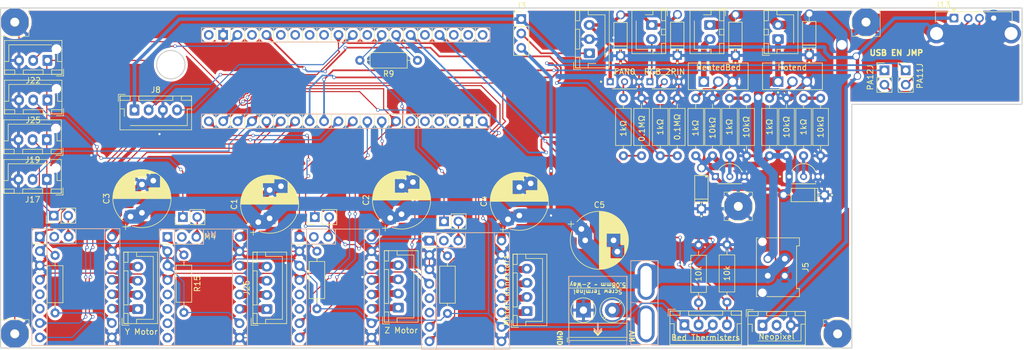
<source format=kicad_pcb>
(kicad_pcb (version 20241229) (generator "pcbnew") (generator_version "9.0")
  (layers (0 "F.Cu" signal) (2 "B.Cu" signal) (13 "F.Paste" user) (15 "B.Paste" user) (5 "F.SilkS" user "F.Silkscreen") (7 "B.SilkS" user "B.Silkscreen") (1 "F.Mask" user) (3 "B.Mask" user) (25 "Edge.Cuts" user))
  (net 0 "")
  (net 1 "GND")
  (net 2 "/M_UART")
  (net 3 "/UART_RX")
  (net 4 "/MX_EN")
  (net 5 "+3V3")
  (net 6 "/MY_EN")
  (net 7 "/MZ_EN")
  (net 8 "/ME_EN")
  (net 9 "Net-(J3-Pin_2)")
  (net 10 "/MX_DIAG")
  (net 11 "+24V")
  (net 12 "/NEOPIXEL_PIN")
  (net 13 "+5V")
  (net 14 "/MY_DIAG")
  (net 15 "/PA11")
  (net 16 "/PA12")
  (net 17 "Net-(J10-Pin_2)")
  (net 18 "/MZ_DIAG")
  (net 19 "/XMotor/A2")
  (net 20 "/XMotor/B1")
  (net 21 "/XMotor/A1")
  (net 22 "/ME_DIAG")
  (net 23 "/XMotor/B2")
  (net 24 "/YMotor/B2")
  (net 25 "/YMotor/A2")
  (net 26 "/YMotor/A1")
  (net 27 "/MX_DIR")
  (net 28 "/MX_STEP")
  (net 30 "/YMotor/B1")
  (net 33 "/MY_DIR")
  (net 35 "/MY_STEP")
  (net 38 "Net-(J16-Pin_2)")
  (net 39 "/MZ_DIR")
  (net 42 "/MZ_STEP")
  (net 44 "/ZMotor/A1")
  (net 45 "/ZMotor/B2")
  (net 46 "/ZMotor/A2")
  (net 47 "/ZMotor/B1")
  (net 48 "Net-(J18-Pin_2)")
  (net 49 "/OpticSensor")
  (net 50 "/SwitchSensor")
  (net 51 "/SGPIO_5")
  (net 52 "/SGPIO_4")
  (net 53 "Net-(J21-Pin_2)")
  (net 54 "/SGPIO_3")
  (net 55 "Net-(J24-Pin_2)")
  (net 56 "/ HEATED_BED_PIN")
  (net 57 "/HEATER_PIN")
  (net 58 "/RGB_PIN")
  (net 59 "/FAN0_PIN")
  (net 60 "/MS_DIR")
  (net 65 "/MS_EN")
  (net 66 "/MS_STEP")
  (net 67 "/MS_DIAG")
  (net 68 "/BED_THM_2")
  (net 69 "/BED_THM_1")
  (net 70 "/EMotor/A1")
  (net 71 "/EMotor/A2")
  (net 72 "/EMotor/B2")
  (net 73 "/EMotor/B1")
  (net 74 "/ME_STEP")
  (net 76 "/ME_DIR")
  (net 79 "5V")
  (net 80 "/Transistor1/Output_GND")
  (net 81 "/Mosfet/Output_Return")
  (net 82 "/Mosfet1/Output_Return")
  (net 83 "Net-(Q5-G)")
  (net 84 "Net-(Q6-G)")
  (net 85 "Net-(Q7-G)")
  (net 86 "Net-(Q8-G)")
  (net 87 "Net-(Q9-G)")
  (net 88 "Net-(Q10-G)")
  (net 89 "/D-")
  (net 90 "/D+")
  (footprint "Connector_JST:JST_XH_B3B-XH-AM_1x03_P2.50mm_Vertical" (layer "F.Cu") (at 168.75 43 90)
    (property "Reference" "J7" (hide yes))
    (property "Value" "FAN0")
  )
  (footprint "Connector_JST:JST_XH_B4B-XH-A_1x04_P2.50mm_Vertical" (layer "F.Cu") (at 157.75 88.5 90)
    (property "Reference" "MotorConnector1")
    (property "Value" "Conn_01x04")
  )
  (footprint "OpenA1K:Diode" (layer "F.Cu") (at 188.5 65.25 90)
    (property "Reference" "D5" (hide yes))
    (property "Value" "D")
  )
  (footprint "Resistor_THT:R_Axial_DIN0207_L6.3mm_D2.5mm_P10.16mm_Horizontal" (layer "F.Cu") (at 97.31 78.58 -90)
    (property "Reference" "R15")
    (property "Value" "10kΩ")
  )
  (footprint "Connector_PinHeader_2.54mm:PinHeader_1x02_P2.54mm_Vertical" (layer "F.Cu") (at 143.145 72.66 90)
    (property "Reference" "J16" (hide yes))
    (property "Value" "SensorlessHoming" (hide yes))
  )
  (footprint "OpenA1K:Mountinghole_m1.5" (layer "F.Cu") (at 217.5 37.5)
    (property "Reference" "H4" (hide yes))
    (property "Value" "M1.5" (hide yes))
  )
  (footprint "OpenA1K:Diode" (layer "F.Cu") (at 207.5 38.07 90)
    (property "Reference" "D4" (hide yes))
    (property "Value" "D" (hide yes))
  )
  (footprint "OpenA1K:Updated ATO Mini-Blade_2Post" (layer "F.Cu") (at 178.845 87 -90)
    (property "Reference" "F1" (hide yes))
    (property "Value" "Mini ATO Fuse")
  )
  (footprint "Resistor_THT:R_Axial_DIN0207_L6.3mm_D2.5mm_P10.16mm_Horizontal" (layer "F.Cu") (at 206.5 50.92 -90)
    (property "Reference" "R17" (hide yes))
    (property "Value" "1kΩ")
  )
  (footprint "Connector_JST:JST_XH_B3B-XH-AM_1x03_P2.50mm_Vertical" (layer "F.Cu") (at 73.25 51.25 180)
    (property "Reference" "J25")
    (property "Value" "Endstop")
  )
  (footprint "Resistor_THT:R_Axial_DIN0207_L6.3mm_D2.5mm_P10.16mm_Horizontal" (layer "F.Cu") (at 203.5 61.08 90)
    (property "Reference" "R19" (hide yes))
    (property "Value" "10kΩ")
  )
  (footprint "Connector_PinHeader_2.54mm:PinHeader_1x02_P2.54mm_Vertical" (layer "F.Cu") (at 97.12 71.89 90)
    (property "Reference" "J24" (hide yes))
    (property "Value" "SensorlessHoming" (hide yes))
  )
  (footprint "Connector_JST:JST_XH_B2B-XH-AM_1x02_P2.50mm_Vertical" (layer "F.Cu") (at 190 38 -90)
    (property "Reference" "J6" (hide yes))
    (property "Value" "HeatedBed")
  )
  (footprint "Resistor_THT:R_Axial_DIN0207_L6.3mm_D2.5mm_P10.16mm_Horizontal" (layer "F.Cu") (at 190.46 61.08 90)
    (property "Reference" "R22" (hide yes))
    (property "Value" "10kΩ")
  )
  (footprint "Resistor_THT:R_Axial_DIN0207_L6.3mm_D2.5mm_P10.16mm_Horizontal" (layer "F.Cu") (at 177.95 61.08 90)
    (property "Reference" "R24" (hide yes))
    (property "Value" "0.1MΩ")
  )
  (footprint "Connector_Molex:Molex_Micro-Fit_3.0_43045-0412_2x02_P3.00mm_Vertical" (layer "F.Cu") (at 203.19 79.25 -90)
    (property "Reference" "J5")
    (property "Value" "Molex 2x02 Microfit" (hide yes))
  )
  (footprint "OpenA1K:Diode" (layer "F.Cu") (at 205 68 180)
    (property "Reference" "D3" (hide yes))
    (property "Value" "D")
  )
  (footprint "Resistor_THT:R_Axial_DIN0207_L6.3mm_D2.5mm_P10.16mm_Horizontal" (layer "F.Cu") (at 209.5 50.92 -90)
    (property "Reference" "R16" (hide yes))
    (property "Value" "10kΩ")
  )
  (footprint "OpenA1K:Diode" (layer "F.Cu") (at 184.25 38.1865 90)
    (property "Reference" "D1" (hide yes))
    (property "Value" "D" (hide yes))
  )
  (footprint "OpenA1K:TMC2209 Footprint" (layer "F.Cu") (at 94.41 75.4)
    (property "Reference" "M4")
    (property "Value" "TMC2209 Breakout" (hide yes))
  )
  (footprint "OpenA1K:TMC2209 Footprint" (layer "F.Cu") (at 140.57 76.05)
    (property "Reference" "M1" (hide yes))
    (property "Value" "TMC2209 Breakout" (hide yes))
  )
  (footprint "Resistor_THT:R_Axial_DIN0207_L6.3mm_D2.5mm_P10.16mm_Horizontal" (layer "F.Cu") (at 120.75 77.92 -90)
    (property "Reference" "R14" (hide yes))
    (property "Value" "10kΩ" (hide yes))
  )
  (footprint "Resistor_THT:R_Axial_DIN0207_L6.3mm_D2.5mm_P10.16mm_Horizontal" (layer "F.Cu") (at 74.61 78.66 -90)
    (property "Reference" "R13" (hide yes))
    (property "Value" "10kΩ" (hide yes))
  )
  (footprint "Resistor_THT:R_Axial_DIN0207_L6.3mm_D2.5mm_P10.16mm_Horizontal" (layer "F.Cu") (at 138.464 44.24 180)
    (property "Reference" "R9")
    (property "Value" "1kΩ")
  )
  (footprint "Capacitor_THT:CP_Radial_D10.0mm_P5.00mm_P7.50mm" (layer "F.Cu") (at 89.91 71.14 90)
    (property "Reference" "C3")
    (property "Value" "220uF" (hide yes))
  )
  (footprint "OpenA1K:Mountinghole_m1.5" (layer "F.Cu") (at 67.5 92.5)
    (property "Reference" "H3" (hide yes))
    (property "Value" "M1.5" (hide yes))
  )
  (footprint "OpenA1K:2n7000" (layer "F.Cu") (at 181.9625 48.01)
    (property "Reference" "Q10" (hide yes))
    (property "Value" "2n7000" (hide yes))
  )
  (footprint "OpenA1K:2n7000" (layer "F.Cu") (at 206.5 64.75)
    (property "Reference" "Q5" (hide yes))
    (property "Value" "2n7000" (hide yes))
  )
  (footprint "Connector_PinHeader_2.54mm:PinHeader_1x02_P2.54mm_Vertical" (layer "F.Cu") (at 220.75 46)
    (property "Reference" "J15" (hide yes))
    (property "Value" "PA12J")
  )
  (footprint "OpenA1K:TMC2209 Footprint" (layer "F.Cu") (at 117.66 75.4)
    (property "Reference" "M3" (hide yes))
    (property "Value" "TMC2209 Breakout" (hide yes))
  )
  (footprint "OpenA1K:2n7000" (layer "F.Cu") (at 193.5 64.75)
    (property "Reference" "Q7" (hide yes))
    (property "Value" "2n7000")
  )
  (footprint "Resistor_THT:R_Axial_DIN0207_L6.3mm_D2.5mm_P10.16mm_Horizontal" (layer "F.Cu") (at 193 86.92 90)
    (property "Reference" "R10" (hide yes))
    (property "Value" "10k")
  )
  (footprint "Connector_PinHeader_2.54mm:PinHeader_1x03_P2.54mm_Vertical" (layer "F.Cu") (at 156.75 36.96)
    (property "Reference" "J3")
    (property "Value" "FAN0_VS")
  )
  (footprint "Connector_JST:JST_XH_B3B-XH-AM_1x03_P2.50mm_Vertical" (layer "F.Cu") (at 199.25 91)
    (property "Reference" "J2" (hide yes))
    (property "Value" "Neopixel")
  )
  (footprint "Connector_JST:JST_XH_B4B-XH-AM_1x04_P2.50mm_Vertical" (layer "F.Cu") (at 88.6 53)
    (property "Reference" "J8")
    (property "Value" "SFS")
  )
  (footprint "Resistor_THT:R_Axial_DIN0207_L6.3mm_D2.5mm_P10.16mm_Horizontal" (layer "F.Cu") (at 193.46 50.92 -90)
    (property "Reference" "R21" (hide yes))
    (property "Value" "1kΩ")
  )
  (footprint "Connector_JST:JST_XH_B3B-XH-AM_1x03_P2.50mm_Vertical" (layer "F.Cu") (at 73.15 65.25 180)
    (property "Reference" "J17")
    (property "Value" "Endstop")
  )
  (footprint "OpenA1K:TMC2209 Footprint" (layer "F.Cu") (at 71.91 75.36)
    (property "Reference" "M2" (hide yes))
    (property "Value" "TMC2209 Breakout" (hide yes))
  )
  (footprint "OpenA1K:STM32 Blackpill Socketed" (layer "F.Cu") (at 125.814 47.37 180)
    (property "Reference" "U1" (hide yes))
    (property "Value" "~")
  )
  (footprint "Resistor_THT:R_Axial_DIN0207_L6.3mm_D2.5mm_P10.16mm_Horizontal" (layer "F.Cu") (at 187.5 61.08 90)
    (property "Reference" "R23" (hide yes))
    (property "Value" "1kΩ")
  )
  (footprint "OpenA1K:2n7000" (layer "F.Cu") (at 174.9625 48.01)
    (property "Reference" "Q9" (hide yes))
    (property "Value" "2n7000" (hide yes))
  )
  (footprint "Connector_JST:JST_XH_B4B-XH-A_1x04_P2.50mm_Vertical" (layer "F.Cu") (at 89.16 88.14 90)
    (property "Reference" "J20" (hide yes))
    (property "Value" "Conn_01x04" (hide yes))
  )
  (footprint "OpenA1K:Diode" (layer "F.Cu") (at 194.5 38.1865 90)
    (property "Reference" "D6" (hide yes))
    (property "Value" "D" (hide yes))
  )
  (footprint "OpenA1K:Mountinghole_m1.5" (layer "F.Cu") (at 195 70)
    (property "Reference" "H2" (hide yes))
    (property "Value" "M1.5" (hide yes))
  )
  (footprint "Connector_PinHeader_2.54mm:PinHeader_1x02_P2.54mm_Vertical" (layer "F.Cu") (at 224.5 46)
    (property "Reference" "J14" (hide yes))
    (property "Value" "PA11J")
  )
  (footprint "Capacitor_THT:CP_Radial_D10.0mm_P5.00mm_P7.50mm" (layer "F.Cu") (at 156.41 71.622677 90)
    (property "Reference" "C4")
    (property "Value" "220uF")
  )
  (footprint "Resistor_THT:R_Axial_DIN0207_L6.3mm_D2.5mm_P10.16mm_Horizontal" (layer "F.Cu") (at 200.5 61.08 90)
    (property "Reference" "R18" (hide yes))
    (property "Value" "1kΩ")
  )
  (footprint "OpenA1K:Diode" (layer "F.Cu") (at 174.25 38.25 90)
    (property "Reference" "D2" (hide yes))
    (property "Value" "D" (hide yes))
  )
  (footprint "Resistor_THT:R_Axial_DIN0207_L6.3mm_D2.5mm_P10.16mm_Horizontal" (layer "F.Cu") (at 196.46 50.92 -90)
    (property "Reference" "R20" (hide yes))
    (property "Value" "10kΩ")
  )
  (footprint "Resistor_THT:R_Axial_DIN0207_L6.3mm_D2.5mm_P10.16mm_Horizontal" (layer "F.Cu") (at 184.25 61.08 90)
    (property "Reference" "R26" (hide yes))
    (property "Value" "0.1MΩ")
  )
  (footprint "Connector_PinHeader_2.54mm:PinHeader_1x02_P2.54mm_Vertical" (layer "F.Cu") (at 120.37 71.89 90)
    (property "Reference" "J21" (hide yes))
    (property "Value" "SensorlessHoming" (hide yes))
  )
  (footprint "Connector_JST:JST_XH_B2B-XH-AM_1x02_P2.50mm_Vertical" (layer "F.Cu") (at 179.75 38 -90)
    (property "Reference" "J4" (hide yes))
    (property "Value" "RGB_2PIN")
  )
  (footprint "Connector_JST:JST_XH_B3B-XH-AM_1x03_P2.50mm_Vertical" (layer "F.Cu") (at 73.15 58.25 180)
    (property "Reference" "J19")
    (property "Value" "Endstop")
  )
  (footprint "Connector_JST:JST_XH_B4B-XH-A_1x04_P2.50mm_Vertical" (layer "F.Cu") (at 111.91 88.14 90)
    (property "Reference" "J26")
    (property "Value" "Conn_01x04")
  )
  (footprint "OpenA1K:IRLZ44N" (layer "F.Cu") (at 204.54 47.06)
    (property "Reference" "Q6" (hide yes))
    (property "Value" "NMOS" (hide yes))
  )
  (footprint "Capacitor_THT:CP_Radial_D10.0mm_P5.00mm_P7.50mm" (layer "F.Cu") (at 112.41 72.122677 90)
    (property "Reference" "C1")
    (property "Value" "220uF")
  )
  (footprint "Connector_JST:JST_XH_B4B-XH-A_1x04_P2.50mm_Vertical" (layer "F.Cu") (at 185.5 90.92)
    (property "Reference" "J11" (hide yes))
    (property "Value" "Bed Thermisters")
  )
  (footprint "Connector_PinHeader_2.54mm:PinHeader_1x02_P2.54mm_Vertical" (layer "F.Cu") (at 74.37 71.64 90)
    (property "Reference" "J18" (hide yes))
    (property "Value" "SensorlessHoming" (hide yes))
  )
  (footprint "OpenA1K:IRLZ44N" (layer "F.Cu") (at 191.46 47.06)
    (property "Reference" "Q8" (hide yes))
    (property "Value" "NMOS" (hide yes))
  )
  (footprint "Resistor_THT:R_Axial_DIN0207_L6.3mm_D2.5mm_P10.16mm_Horizontal" (layer "F.Cu") (at 143.75 78.75 -90)
    (property "Reference" "R12" (hide yes))
    (property "Value" "10kΩ" (hide yes))
  )
  (footprint "Connector_JST:JST_XH_B4B-XH-A_1x04_P2.50mm_Vertical" (layer "F.Cu") (at 135.07 87.89 90)
    (property "Reference" "J23" (hide yes))
    (property "Value" "Conn_01x04" (hide yes))
  )
  (footprint "Capacitor_THT:CP_Radial_D10.0mm_P5.00mm_P7.50mm" (layer "F.Cu") (at 168.017323 76)
    (property "Reference" "C5")
    (property "Value" "220uF")
  )
  (footprint "Resistor_THT:R_Axial_DIN0207_L6.3mm_D2.5mm_P10.16mm_Horizontal" (layer "F.Cu") (at 181.25 61.08 90)
    (property "Reference" "R27" (hide yes))
    (property "Value" "1kΩ")
  )
  (footprint "Connector_JST:JST_XH_B2B-XH-AM_1x02_P2.50mm_Vertical" (layer "F.Cu") (at 202 40.5 90)
    (property "Reference" "J9" (hide yes))
    (property "Value" "Hotend")
  )
  (footprint "Connector_JST:JST_XH_B3B-XH-AM_1x03_P2.50mm_Vertical" (layer "F.Cu") (at 73.25 44.25 180)
    (property "Reference" "J22")
    (property "Value" "Endstop")
  )
  (footprint "Capacitor_THT:CP_Radial_D10.0mm_P5.00mm_P7.50mm" (layer "F.Cu") (at 135.66 71.39 90)
    (property "Reference" "C2")
    (property "Value" "220uF")
  )
  (footprint "Resistor_THT:R_Axial_DIN0207_L6.3mm_D2.5mm_P10.16mm_Horizontal" (layer "F.Cu") (at 188 87 90)
    (property "Reference" "R11" (hide yes))
    (property "Value" "10k")
  )
  (footprint "Resistor_THT:R_Axial_DIN0207_L6.3mm_D2.5mm_P10.16mm_Horizontal" (layer "F.Cu") (at 174.75 61.08 90)
    (property "Reference" "R25" (hide yes))
    (property "Value" "1kΩ")
  )
  (footprint "OpenA1K:1x2 Terminal Block" (layer "F.Cu") (at 167.705 88.321)
    (property "Reference" "J10" (hide yes))
    (property "Value" "Screw_Terminal_01x02" (hide yes))
  )
  (footprint "OpenA1K:Mountinghole_m1.5" (layer "F.Cu") (at 67.5 37.5)
    (property "Reference" "H1" (hide yes))
    (property "Value" "M1.5" (hide yes))
  )
  (footprint "OpenA1K:Mountinghole_m1.5" (layer "F.Cu") (at 212.5 92.5)
    (property "Reference" "H5" (hide yes))
    (property "Value" "M1.5" (hide yes))
  )
  (footprint "Connector_USB:USB_A_Connfly_DS1095" (layer "F.Cu") (at 233 36.79)
    (property "Reference" "J13")
    (property "Value" "USB_A")
  )
  (gr_line (start 245 35) (end 65 35) (stroke (width 0.2)) (layer "Edge.Cuts"))
  (gr_line (start 215 95) (end 215 52) (stroke (width 0.2)) (layer "Edge.Cuts"))
  (gr_line (start 65 95) (end 215 95) (stroke (width 0.2)) (layer "Edge.Cuts"))
  (gr_line (start 215 52) (end 245 52) (stroke (width 0.2)) (layer "Edge.Cuts"))
  (gr_circle (center 95 45) (end 92.5 45) (stroke (width 0.2)) (fill no) (layer "Edge.Cuts"))
  (gr_line (start 65 35) (end 65 95) (stroke (width 0.2)) (layer "Edge.Cuts"))
  (gr_line (start 245 52) (end 245 35) (stroke (width 0.2)) (layer "Edge.Cuts"))
  (gr_text "USB EN JMP" (at 218 43.5 0) (layer "F.SilkS") (effects (font (size 1 1) (thickness 0.25) (bold yes)) (justify left bottom)))
  (segment (start 204.25 83.31) (end 203.19 82.25) (width 0.5) (layer "F.Cu") (net 1))
  (segment (start 193.38 48) (end 194 48) (width 0.3) (layer "F.Cu") (net 1))
  (segment (start 207.08 48) (end 206.42 48) (width 0.3) (layer "F.Cu") (net 1))
  (segment (start 71.91 80.44) (end 68.15 76.68) (width 0.2) (layer "F.Cu") (net 1))
  (segment (start 184.25 47.7575) (end 184.5025 48.01) (width 0.3) (layer "F.Cu") (net 1))
  (segment (start 173.689467 76.672144) (end 173.017323 76) (width 2.5) (layer "F.Cu") (net 1))
  (segment (start 136.987856 66.39) (end 137.66 65.717856) (width 1.4) (layer "F.Cu") (net 1))
  (segment (start 68.25 44.25) (end 68.25 38.25) (width 0.2) (layer "F.Cu") (net 1))
  (segment (start 139.92 77.94) (end 140.57 78.59) (width 0.2) (layer "F.Cu") (net 1))
  (segment (start 203.19 82.25) (end 201.949 81.009) (width 0.5) (layer "F.Cu") (net 1))
  (segment (start 193 76.76) (end 193 72) (width 0.5) (layer "F.Cu") (net 1))
  (segment (start 68.25 44.25) (end 68.25 65.15) (width 0.2) (layer "F.Cu") (net 1))
  (segment (start 85.841 79.131) (end 84.61 77.9) (width 0.2) (layer "F.Cu") (net 1))
  (segment (start 204.25 91) (end 211 91) (width 0.5) (layer "F.Cu") (net 1))
  (segment (start 140.57 78.59) (end 140.57 81.13) (width 0.2) (layer "F.Cu") (net 1))
  (segment (start 207.5 43.25) (end 207.5 47.58) (width 1) (layer "F.Cu") (net 1))
  (segment (start 200.186537 87.511) (end 197.184517 87.511) (width 3) (layer "F.Cu") (net 1))
  (segment (start 152.079 92.639) (end 152.079 79.781) (width 0.2) (layer "F.Cu") (net 1))
  (segment (start 112.41 67.122677) (end 105.319 74.213677) (width 1.4) (layer "F.Cu") (net 1))
  (segment (start 177.5025 48.01) (end 177.5025 46.6825) (width 0.3) (layer "F.Cu") (net 1))
  (segment (start 207.5 39.75) (end 208 39.25) (width 1) (layer "F.Cu") (net 1))
  (segment (start 135.66 66.39) (end 127.97 74.08) (width 1.4) (layer "F.Cu") (net 1))
  (segment (start 107.11 77.94) (end 105.329 79.721) (width 0.2) (layer "F.Cu") (net 1))
  (segment (start 193 72) (end 195 70) (width 0.5) (layer "F.Cu") (net 1))
  (segment (start 203.19 82.25) (end 203.19 84.507537) (width 3) (layer "F.Cu") (net 1))
  (segment (start 89.91 66.14) (end 82.819 73.231) (width 1.4) (layer "F.Cu") (net 1))
  (segment (start 215.75 39.25) (end 217.5 37.5) (width 1) (layer "F.Cu") (net 1))
  (segment (start 179.141 52.111) (end 183.059 52.111) (width 0.3) (layer "F.Cu") (net 1))
  (segment (start 184.25 43.3665) (end 184.25 47.7575) (width 0.3) (layer "F.Cu") (net 1))
  (segment (start 127.97 75.55) (end 130.36 77.94) (width 1.4) (layer "F.Cu") (net 1))
  (segment (start 68.25 38.25) (end 67.5 37.5) (width 0.2) (layer "F.Cu") (net 1))
  (segment (start 201.949 81.009) (end 197.249 81.009) (width 0.5) (layer "F.Cu") (net 1))
  (segment (start 71.91 80.44) (end 67.5 84.85) (width 0.2) (layer "F.Cu") (net 1))
  (segment (start 187.673517 78) (end 173.689467 78) (width 3) (layer "F.Cu") (net 1))
  (segment (start 112.41 67.122677) (end 113.737856 67.122677) (width 1.4) (layer "F.Cu") (net 1))
  (segment (start 128.75 91.57) (end 128.75 82.469) (width 0.2) (layer "F.Cu") (net 1))
  (segment (start 135.66 66.39) (end 136.987856 66.39) (width 1.4) (layer "F.Cu") (net 1))
  (segment (start 115.25 77.94) (end 107.11 77.94) (width 0.2) (layer "F.Cu") (net 1))
  (segment (start 153.27 93.83) (end 152.079 92.639) (width 0.2) (layer "F.Cu") (net 1))
  (segment (start 204.25 91) (end 204.25 83.31) (width 0.5) (layer "F.Cu") (net 1))
  (segment (start 96.470999 79.721) (end 95.880999 79.131) (width 0.2) (layer "F.Cu") (net 1))
  (segment (start 95.880999 79.131) (end 85.841 79.131) (width 0.2) (layer "F.Cu") (net 1))
  (segment (start 204.16 50.92) (end 207.08 48) (width 1) (layer "F.Cu") (net 1))
  (segment (start 82.819 76.109) (end 84.61 77.9) (width 1.4) (layer "F.Cu") (net 1))
  (segment (start 183.059 52.111) (end 184.25 50.92) (width 0.3) (layer "F.Cu") (net 1))
  (segment (start 82.07 80.44) (end 71.91 80.44) (width 0.2) (layer "F.Cu") (net 1))
  (segment (start 188.08 76.76) (end 188 76.84) (width 0.5) (layer "F.Cu") (net 1))
  (segment (start 130.36 93.18) (end 128.75 91.57) (width 0.2) (layer "F.Cu") (net 1))
  (segment (start 105.329 79.721) (end 96.470999 79.721) (width 0.2) (layer "F.Cu") (net 1))
  (segment (start 177.5025 50.4725) (end 177.95 50.92) (width 0.3) (layer "F.Cu") (net 1))
  (segment (start 84.61 77.9) (end 82.07 80.44) (width 0.2) (layer "F.Cu") (net 1))
  (segment (start 89.91 66.14) (end 91.237856 66.14) (width 1.4) (layer "F.Cu") (net 1))
  (segment (start 177.95 50.92) (end 179.141 52.111) (width 0.3) (layer "F.Cu") (net 1))
  (segment (start 68.15 76.68) (end 68.15 65.25) (width 0.2) (layer "F.Cu") (net 1))
  (segment (start 67.5 84.85) (end 67.5 92.5) (width 0.2) (layer "F.Cu") (net 1))
  (segment (start 173.689467 78) (end 173.689467 76.672144) (width 2.5) (layer "F.Cu") (net 1))
  (segment (start 207.5 43.25) (end 207.5 39.75) (width 1) (layer "F.Cu") (net 1))
  (segment (start 151.479 76.799) (end 153.27 78.59) (width 1.4) (layer "F.Cu") (net 1))
  (segment (start 177.5025 46.6825) (end 174.25 43.43) (width 0.3) (layer "F.Cu") (net 1))
  (segment (start 167.705 88.321) (end 167.705 81.312323) (width 2.5) (layer "F.Cu") (net 1))
  (segment (start 156.41 66.622677) (end 157.737856 66.622677) (width 1.4) (layer "F.Cu") (net 1))
  (segment (start 151.479 71.553677) (end 151.479 76.799) (width 1.4) (layer "F.Cu") (net 1))
  (segment (start 130.36 77.94) (end 139.92 77.94) (width 0.2) (layer "F.Cu") (net 1))
  (segment (start 174.25 43.43) (end 174.25 41.5) (width 0.3) (layer "F.Cu") (net 1))
  (segment (start 203.5 50.92) (end 204.16 50.92) (width 1) (layer "F.Cu") (net 1))
  (segment (start 81 58.5) (end 82.25 57.25) (width 0.2) (layer "F.Cu") (net 1))
  (segment (start 115.25 80) (end 115.25 77.94) (width 0.2) (layer "F.Cu") (net 1))
  (segment (start 194.5 43.3665) (end 194.5 47.5) (width 1) (layer "F.Cu") (net 1))
  (segment (start 127.97 74.08) (end 127.97 75.55) (width 1.4) (layer "F.Cu") (net 1))
  (segment (start 184.5025 50.6675) (end 184.25 50.92) (width 0.3) (layer "F.Cu") (net 1))
  (segment (start 167.705 81.312323) (end 173.017323 76) (width 2.5) (layer "F.Cu") (net 1))
  (segment (start 157.737856 66.622677) (end 158.41 65.950533) (width 1.4) (layer "F.Cu") (net 1))
  (segment (start 197.249 81.009) (end 193 76.76) (width 0.5) (layer "F.Cu") (net 1))
  (segment (start 203.19 84.507537) (end 200.186537 87.511) (width 3) (layer "F.Cu") (net 1))
  (segment (start 197.184517 87.511) (end 187.673517 78) (width 3) (layer "F.Cu") (net 1))
  (segment (start 105.319 76.149) (end 107.11 77.94) (width 1.4) (layer "F.Cu") (net 1))
  (segment (start 217.5 37.5) (end 227.93 37.5) (width 3) (layer "F.Cu") (net 1))
  (segment (start 194.5 47.5) (end 194 48) (width 1) (layer "F.Cu") (net 1))
  (segment (start 193 76.76) (end 188.08 76.76) (width 0.5) (layer "F.Cu") (net 1))
  (segment (start 82.819 73.231) (end 82.819 76.109) (width 1.4) (layer "F.Cu") (net 1))
  (segment (start 82.25 57.25) (end 93 57.25) (width 0.2) (layer "F.Cu") (net 1))
  (segment (start 152.079 79.781) (end 153.27 78.59) (width 0.2) (layer "F.Cu") (net 1))
  (segment (start 91.237856 66.14) (end 91.91 65.467856) (width 1.4) (layer "F.Cu") (net 1))
  (segment (start 207.5 47.58) (end 207.08 48) (width 1) (layer "F.Cu") (net 1))
  (segment (start 194 48) (end 191.08 50.92) (width 1) (layer "F.Cu") (net 1))
  (segment (start 68.25 65.15) (end 68.15 65.25) (width 0.2) (layer "F.Cu") (net 1))
  (segment (start 156.41 66.622677) (end 151.479 71.553677) (width 1.4) (layer "F.Cu") (net 1))
  (segment (start 81 61) (end 81 58.5) (width 0.2) (layer "F.Cu") (net 1))
  (segment (start 105.319 74.213677) (end 105.319 76.149) (width 1.4) (layer "F.Cu") (net 1))
  (segment (start 177.5025 48.01) (end 177.5025 50.4725) (width 0.3) (layer "F.Cu") (net 1))
  (segment (start 208 39.25) (end 215.75 39.25) (width 1) (layer "F.Cu") (net 1))
  (segment (start 211 91) (end 212.5 92.5) (width 0.5) (layer "F.Cu") (net 1))
  (segment (start 174.25 41.5) (end 173 40.25) (width 0.3) (layer "F.Cu") (net 1))
  (segment (start 227.93 37.5) (end 229.93 39.5) (width 3) (layer "F.Cu") (net 1))
  (segment (start 184.5025 48.01) (end 184.5025 50.6675) (width 0.3) (layer "F.Cu") (net 1))
  (segment (start 191.08 50.92) (end 190.46 50.92) (width 1) (layer "F.Cu") (net 1))
  (segment (start 113.737856 67.122677) (end 114.41 66.450533) (width 1.4) (layer "F.Cu") (net 1))
  (segment (start 117.66 77.94) (end 115.25 77.94) (width 0.2) (layer "F.Cu") (net 1))
  (via (at 173 40.25) (size 0.6) (drill 0.4) (layers "F.Cu" "B.Cu") (net 1))
  (via (at 93 57.25) (size 0.6) (drill 0.4) (layers "F.Cu" "B.Cu") (net 1))
  (via (at 128.75 82.469) (size 0.6) (drill 0.4) (layers "F.Cu" "B.Cu") (net 1))
  (via (at 81 61) (size 0.6) (drill 0.4) (layers "F.Cu" "B.Cu") (net 1))
  (via (at 115.25 80) (size 0.6) (drill 0.4) (layers "F.Cu" "B.Cu") (net 1))
  (segment (start 114.41 66.450533) (end 135.599467 66.450533) (width 2.5) (layer "B.Cu") (net 1))
  (segment (start 135.599467 66.450533) (end 135.66 66.39) (width 2.5) (layer "B.Cu") (net 1))
  (segment (start 109.037728 93.18) (end 115.25 86.967728) (width 0.2) (layer "B.Cu") (net 1))
  (segment (start 173.017323 74.690144) (end 173.017323 76) (width 2.5) (layer "B.Cu") (net 1))
  (segment (start 209.04 64.75) (end 209.04 66.86) (width 0.6) (layer "B.Cu") (net 1))
  (segment (start 91.91 65.467856) (end 113.427323 65.467856) (width 2.5) (layer "B.Cu") (net 1))
  (segment (start 128.75 82.469) (end 128.75 79.55) (width 0.2) (layer "B.Cu") (net 1))
  (segment (start 147.404 54.99) (end 147.404 57.616677) (width 0.2) (layer "B.Cu") (net 1))
  (segment (start 242.71 39.5) (end 243.07 39.5) (width 0.3) (layer "B.Cu") (net 1))
  (segment (start 195 70) (end 194.75 70) (width 0.6) (layer "B.Cu") (net 1))
  (segment (start 196.04 64.75) (end 196.04 61.5) (width 0.6) (layer "B.Cu") (net 1))
  (segment (start 209.5 61.08) (end 209.5 64.29) (width 0.6) (layer "B.Cu") (net 1))
  (segment (start 137.66 65.717856) (end 155.505179 65.717856) (width 2.5) (layer "B.Cu") (net 1))
  (segment (start 84.61 77.9) (end 85.801 79.091) (width 0.2) (layer "B.Cu") (net 1))
  (segment (start 209.04 66.86) (end 210.18 68) (width 0.6) (layer "B.Cu") (net 1))
  (segment (start 91.91 65.467856) (end 85.467856 65.467856) (width 0.2) (layer "B.Cu") (net 1))
  (segment (start 164.277712 65.950533) (end 173.017323 74.690144) (width 2.5) (layer "B.Cu") (net 1))
  (segment (start 155.505179 65.717856) (end 156.41 66.622677) (width 2.5) (layer "B.Cu") (net 1))
  (segment (start 93 57.25) (end 93.6 56.65) (width 0.2) (layer "B.Cu") (net 1))
  (segment (start 188.819 52.561) (end 190.46 50.92) (width 1.2) (layer "B.Cu") (net 1))
  (segment (start 147.404 57.616677) (end 156.41 66.622677) (width 0.2) (layer "B.Cu") (net 1))
  (segment (start 203.5 55.08) (end 209.5 61.08) (width 0.6) (layer "B.Cu") (net 1))
  (segment (start 203.5 50.92) (end 203.5 55.08) (width 0.6) (layer "B.Cu") (net 1))
  (segment (start 202.046 49.466) (end 203.5 50.92) (width 0.6) (layer "B.Cu") (net 1))
  (segment (start 172.75 40.5) (end 168.75 40.5) (width 0.3) (layer "B.Cu") (net 1))
  (segment (start 173 40.25) (end 172.75 40.5) (width 0.3) (layer "B.Cu") (net 1))
  (segment (start 93.6 56.65) (end 93.6 53) (width 0.2) (layer "B.Cu") (net 1))
  (segment (start 185.891 52.561) (end 188.819 52.561) (width 1.2) (layer "B.Cu") (net 1))
  (segment (start 195.466 49.466) (end 202.046 49.466) (width 0.6) (layer "B.Cu") (net 1))
  (segment (start 128.75 79.55) (end 130.36 77.94) (width 0.2) (layer "B.Cu") (net 1))
  (segment (start 194 48) (end 195.466 49.466) (width 0.6) (layer "B.Cu") (net 1))
  (segment (start 240 36.79) (end 242.71 39.5) (width 3) (layer "B.Cu") (net 1))
  (segment (start 190.46 55.08) (end 196.46 61.08) (width 0.6) (layer "B.Cu") (net 1))
  (segment (start 209.5 64.29) (end 209.04 64.75) (width 0.6) (layer "B.Cu") (net 1))
  (segment (start 107.11 93.18) (end 109.037728 93.18) (width 0.2) (layer "B.Cu") (net 1))
  (segment (start 194.32 70.43) (end 188.5 70.43) (width 0.6) (layer "B.Cu") (net 1))
  (segment (start 158.41 65.950533) (end 164.277712 65.950533) (width 2.5) (layer "B.Cu") (net 1))
  (segment (start 85.801 91.949) (end 84.61 93.14) (width 0.2) (layer "B.Cu") (net 1))
  (segment (start 115.25 86.967728) (end 115.25 80) (width 0.2) (layer "B.Cu") (net 1))
  (segment (start 196.04 61.5) (end 196.46 61.08) (width 0.6) (layer "B.Cu") (net 1))
  (segment (start 195 65.79) (end 196.04 64.75) (width 0.6) (layer "B.Cu") (net 1))
  (segment (start 229.93 39.5) (end 243.07 39.5) (width 3) (layer "B.Cu") (net 1))
  (segment (start 195 70) (end 195 65.79) (width 0.6) (layer "B.Cu") (net 1))
  (segment (start 113.427323 65.467856) (end 114.41 66.450533) (width 2.5) (layer "B.Cu") (net 1))
  (segment (start 184.25 50.92) (end 185.891 52.561) (width 1.2) (layer "B.Cu") (net 1))
  (segment (start 85.467856 65.467856) (end 81 61) (width 0.2) (layer "B.Cu") (net 1))
  (segment (start 194.75 70) (end 194.32 70.43) (width 0.6) (layer "B.Cu") (net 1))
  (segment (start 85.801 79.091) (end 85.801 91.949) (width 0.2) (layer "B.Cu") (net 1))
  (segment (start 190.46 50.92) (end 190.46 55.08) (width 0.6) (layer "B.Cu") (net 1))
  (segment (start 94.41 83.02) (end 95.601 81.829) (width 0.2) (layer "F.Cu") (net 2))
  (segment (start 138 67.058856) (end 138 75.748) (width 0.2) (layer "F.Cu") (net 2))
  (segment (start 139.001 65.162395) (end 139.001 66.273317) (width 0.2) (layer "F.Cu") (net 2))
  (segment (start 118.851 81.829) (end 133.703672 81.829) (width 0.2) (layer "F.Cu") (net 2))
  (segment (start 138 75.748) (end 137.5 76.248) (width 0.2) (layer "F.Cu") (net 2))
  (segment (start 138.481 81.581) (end 140.57 83.67) (width 0.2) (layer "F.Cu") (net 2))
  (segment (start 135.895 52.505) (end 135.895 62.056395) (width 0.2) (layer "F.Cu") (net 2))
  (segment (start 117.66 83.02) (end 118.851 81.829) (width 0.2) (layer "F.Cu") (net 2))
  (segment (start 133.951672 81.581) (end 138.481 81.581) (width 0.2) (layer "F.Cu") (net 2))
  (segment (start 138 64.161395) (end 138 64.376856) (width 0.2) (layer "F.Cu") (net 2))
  (segment (start 71.91 82.98) (end 73.101 81.789) (width 0.2) (layer "F.Cu") (net 2))
  (segment (start 111.291672 81.831) (end 116.471 81.831) (width 0.2) (layer "F.Cu") (net 2))
  (segment (start 135.895 62.056395) (end 138 64.161395) (width 0.2) (layer "F.Cu") (net 2))
  (segment (start 116.471 81.831) (end 117.66 83.02) (width 0.2) (layer "F.Cu") (net 2))
  (segment (start 95.601 81.829) (end 111.289672 81.829) (width 0.2) (layer "F.Cu") (net 2))
  (segment (start 135.75 52.36) (end 135.895 52.505) (width 0.2) (layer "F.Cu") (net 2))
  (segment (start 139.001 66.273317) (end 138.215461 67.058856) (width 0.2) (layer "F.Cu") (net 2))
  (segment (start 85.263329 81.949) (end 93.339 81.949) (width 0.2) (layer "F.Cu") (net 2))
  (segment (start 73.101 81.789) (end 85.103329 81.789) (width 0.2) (layer "F.Cu") (net 2))
  (segment (start 138 64.376856) (end 138.215461 64.376856) (width 0.2) (layer "F.Cu") (net 2))
  (segment (start 138.215461 64.376856) (end 139.001 65.162395) (width 0.2) (layer "F.Cu") (net 2))
  (segment (start 138.215461 67.058856) (end 138 67.058856) (width 0.2) (layer "F.Cu") (net 2))
  (segment (start 111.289672 81.829) (end 111.291672 81.831) (width 0.2) (layer "F.Cu") (net 2))
  (segment (start 93.339 81.949) (end 94.41 83.02) (width 0.2) (layer "F.Cu") (net 2))
  (segment (start 133.703672 81.829) (end 133.951672 81.581) (width 0.2) (layer "F.Cu") (net 2))
  (segment (start 85.103329 81.789) (end 85.263329 81.949) (width 0.2) (layer "F.Cu") (net 2))
  (segment (start 137.5 76.248) (end 137.5 76.75) (width 0.2) (layer "F.Cu") (net 2))
  (via (at 135.75 52.36) (size 0.6) (drill 0.4) (layers "F.Cu" "B.Cu") (net 2))
  (via (at 137.5 76.75) (size 0.6) (drill 0.4) (layers "F.Cu" "B.Cu") (net 2))
  (segment (start 135.75 51.686) (end 135.75 52.36) (width 0.2) (layer "B.Cu") (net 2))
  (segment (start 128.304 44.24) (end 135.75 51.686) (width 0.2) (layer "B.Cu") (net 2))
  (segment (start 128.304 44.24) (end 132.164 40.38) (width 0.2) (layer "B.Cu") (net 2))
  (segment (start 132.164 40.38) (end 132.164 39.75) (width 0.2) (layer "B.Cu") (net 2))
  (segment (start 137.5 76.75) (end 137.5 80.6) (width 0.2) (layer "B.Cu") (net 2))
  (segment (start 137.5 80.6) (end 140.57 83.67) (width 0.2) (layer "B.Cu") (net 2))
  (segment (start 138.464 44.24) (end 134.704 40.48) (width 0.2) (layer "B.Cu") (net 3))
  (segment (start 134.704 40.48) (end 134.704 39.75) (width 0.2) (layer "B.Cu") (net 3))
  (segment (start 101.684 54.99) (end 104.194 57.5) (width 0.2) (layer "F.Cu") (net 4))
  (segment (start 141.05 76.05) (end 143.75 78.75) (width 0.2) (layer "F.Cu") (net 4))
  (segment (start 118.75 65.160533) (end 118.75 73.5) (width 0.2) (layer "F.Cu") (net 4))
  (segment (start 119 57.5) (end 119.25 57.75) (width 0.2) (layer "F.Cu") (net 4))
  (segment (start 119.25 57.75) (end 119.25 61.75) (width 0.2) (layer "F.Cu") (net 4))
  (segment (start 127.416376 76.75) (end 128.14 77.473624) (width 0.2) (layer "F.Cu") (net 4))
  (segment (start 140.57 76.05) (end 141.05 76.05) (width 0.2) (layer "F.Cu") (net 4))
  (segment (start 119.25 64.660533) (end 118.75 65.160533) (width 0.2) (layer "F.Cu") (net 4))
  (segment (start 125.75 76.75) (end 127.416376 76.75) (width 0.2) (layer "F.Cu") (net 4))
  (segment (start 104.194 57.5) (end 109.5 57.5) (width 0.2) (layer "F.Cu") (net 4))
  (via (at 119.25 61.75) (size 0.6) (drill 0.4) (layers "F.Cu" "B.Cu") (net 4))
  (via (at 119.25 64.660533) (size 0.6) (drill 0.4) (layers "F.Cu" "B.Cu") (net 4))
  (via (at 128.14 77.473624) (size 0.6) (drill 0.4) (layers "F.Cu" "B.Cu") (net 4))
  (via (at 109.5 57.5) (size 0.6) (drill 0.4) (layers "F.Cu" "B.Cu") (net 4))
  (via (at 125.75 76.75) (size 0.6) (drill 0.4) (layers "F.Cu" "B.Cu") (net 4))
  (via (at 118.75 73.5) (size 0.6) (drill 0.4) (layers "F.Cu" "B.Cu") (net 4))
  (via (at 119 57.5) (size 0.6) (drill 0.4) (layers "F.Cu" "B.Cu") (net 4))
  (segment (start 129.444648 76.168976) (end 129.866671 76.591) (width 0.2) (layer "B.Cu") (net 4))
  (segment (start 131.551 75.75) (end 140.27 75.75) (width 0.2) (layer "B.Cu") (net 4))
  (segment (start 119 64.410533) (end 119.25 64.660533) (width 0.2) (layer "B.Cu") (net 4))
  (segment (start 140.27 75.75) (end 140.57 76.05) (width 0.2) (layer "B.Cu") (net 4))
  (segment (start 131.551 75.893329) (end 131.551 75.75) (width 0.2) (layer "B.Cu") (net 4))
  (segment (start 109.5 57.5) (end 119 57.5) (width 0.2) (layer "B.Cu") (net 4))
  (segment (start 118.75 73.5) (end 122.524329 73.5) (width 0.2) (layer "B.Cu") (net 4))
  (segment (start 119.25 61.75) (end 119 62) (width 0.2) (layer "B.Cu") (net 4))
  (segment (start 130.853329 76.591) (end 131.551 75.893329) (width 0.2) (layer "B.Cu") (net 4))
  (segment (start 129.866671 76.591) (end 130.853329 76.591) (width 0.2) (layer "B.Cu") (net 4))
  (segment (start 128.14 77.473624) (end 129.444648 76.168976) (width 0.2) (layer "B.Cu") (net 4))
  (segment (start 119 62) (end 119 64.410533) (width 0.2) (layer "B.Cu") (net 4))
  (segment (start 125.75 76.725671) (end 125.75 76.75) (width 0.2) (layer "B.Cu") (net 4))
  (segment (start 122.524329 73.5) (end 125.75 76.725671) (width 0.2) (layer "B.Cu") (net 4))
  (segment (start 73.15 44.35) (end 73.25 44.25) (width 0.2) (layer "F.Cu") (net 5))
  (segment (start 73.25 44.25) (end 91.364523 44.25) (width 0.2) (layer "F.Cu") (net 5))
  (segment (start 93.864523 41.75) (end 95.75 41.75) (width 0.2) (layer "F.Cu") (net 5))
  (segment (start 150 59.905098) (end 152.827549 57.077549) (width 0.2) (layer "F.Cu") (net 5))
  (segment (start 91.364523 44.25) (end 93.864523 41.75) (width 0.2) (layer "F.Cu") (net 5))
  (segment (start 73.15 65.25) (end 73.15 44.35) (width 0.2) (layer "F.Cu") (net 5))
  (segment (start 150 72.109) (end 150 59.905098) (width 0.2) (layer "F.Cu") (net 5))
  (via (at 152.827549 57.077549) (size 0.6) (drill 0.4) (layers "F.Cu" "B.Cu") (net 5))
  (via (at 150 72.109) (size 0.6) (drill 0.4) (layers "F.Cu" "B.Cu") (net 5))
  (via (at 95.75 41.75) (size 0.6) (drill 0.4) (layers "F.Cu" "B.Cu") (net 5))
  (segment (start 189.134 92.286) (end 186.866 92.286) (width 0.3) (layer "B.Cu") (net 5))
  (segment (start 186.866 92.286) (end 185.5 90.92) (width 0.3) (layer "B.Cu") (net 5))
  (segment (start 73.259 76.551) (end 93.021 76.551) (width 0.2) (layer "B.Cu") (net 5))
  (segment (start 71.91 77.9) (end 73.15 76.66) (width 0.2) (layer "B.Cu") (net 5))
  (segment (start 74.61 80.6) (end 74.61 88.82) (width 0.2) (layer "B.Cu") (net 5))
  (segment (start 185.5 90.92) (end 181.689 87.109) (width 0.3) (layer "B.Cu") (net 5))
  (segment (start 73.15 76.66) (end 73.15 65.25) (width 0.2) (layer "B.Cu") (net 5))
  (segment (start 105.21 88.74) (end 107.11 90.64) (width 0.2) (layer "B.Cu") (net 5))
  (segment (start 95.75 41.75) (end 104.764 41.75) (width 0.2) (layer "B.Cu") (net 5))
  (segment (start 190.5 90.92) (end 189.134 92.286) (width 0.3) (layer "B.Cu") (net 5))
  (segment (start 142.561 90.099) (end 143.75 88.91) (width 0.2) (layer "B.Cu") (net 5))
  (segment (start 120.75 83.57) (end 120.75 88.08) (width 0.2) (layer "B.Cu") (net 5))
  (segment (start 181.689 87.109) (end 177.966722 87.109) (width 0.3) (layer "B.Cu") (net 5))
  (segment (start 177.966722 87.109) (end 173.785722 91.29) (width 0.3) (layer "B.Cu") (net 5))
  (segment (start 150.99 73.099) (end 150 72.109) (width 0.2) (layer "B.Cu") (net 5))
  (segment (start 97.31 88.74) (end 105.21 88.74) (width 0.2) (layer "B.Cu") (net 5))
  (segment (start 127.8 88.08) (end 130.36 90.64) (width 0.2) (layer "B.Cu") (net 5))
  (segment (start 94.41 77.94) (end 94.41 80.48) (width 0.2) (layer "B.Cu") (net 5))
  (segment (start 150.99 89.01) (end 153.27 91.29) (width 0.2) (layer "B.Cu") (net 5))
  (segment (start 104.764 41.75) (end 106.764 39.75) (width 0.2) (layer "B.Cu") (net 5))
  (segment (start 94.41 80.48) (end 105.425671 80.48) (width 0.2) (layer "B.Cu") (net 5))
  (segment (start 130.36 90.64) (end 130.901 90.099) (width 0.2) (layer "B.Cu") (net 5))
  (segment (start 120.75 88.08) (end 127.8 88.08) (width 0.2) (layer "B.Cu") (net 5))
  (segment (start 71.91 77.9) (end 74.61 80.6) (width 0.2) (layer "B.Cu") (net 5))
  (segment (start 152.827549 57.077549) (end 152.5 56.75) (width 0.2) (layer "B.Cu") (net 5))
  (segment (start 74.61 88.82) (end 82.83 88.82) (width 0.2) (layer "B.Cu") (net 5))
  (segment (start 130.901 90.099) (end 142.561 90.099) (width 0.2) (layer "B.Cu") (net 5))
  (segment (start 152.5 56.75) (end 151.704 56.75) (width 0.2) (layer "B.Cu") (net 5))
  (segment (start 106.616671 79.289) (end 116.469 79.289) (width 0.2) (layer "B.Cu") (net 5))
  (segment (start 150.89 88.91) (end 150.99 89.01) (width 0.2) (layer "B.Cu") (net 5))
  (segment (start 97.31 83.38) (end 97.31 88.74) (width 0.2) (layer "B.Cu") (net 5))
  (segment (start 71.91 77.9) (end 73.259 76.551) (width 0.2) (layer "B.Cu") (net 5))
  (segment (start 105.425671 80.48) (end 106.616671 79.289) (width 0.2) (layer "B.Cu") (net 5))
  (segment (start 82.83 88.82) (end 84.61 90.6) (width 0.2) (layer "B.Cu") (net 5))
  (segment (start 93.021 76.551) (end 94.41 77.94) (width 0.2) (layer "B.Cu") (net 5))
  (segment (start 117.66 80.48) (end 120.75 83.57) (width 0.2) (layer "B.Cu") (net 5))
  (segment (start 94.41 80.48) (end 97.31 83.38) (width 0.2) (layer "B.Cu") (net 5))
  (segment (start 150.99 89.01) (end 150.99 73.099) (width 0.2) (layer "B.Cu") (net 5))
  (segment (start 173.785722 91.29) (end 153.27 91.29) (width 0.3) (layer "B.Cu") (net 5))
  (segment (start 151.704 56.75) (end 149.944 54.99) (width 0.2) (layer "B.Cu") (net 5))
  (segment (start 116.469 79.289) (end 117.66 80.48) (width 0.2) (layer "B.Cu") (net 5))
  (segment (start 143.75 88.91) (end 150.89 88.91) (width 0.2) (layer "B.Cu") (net 5))
  (segment (start 87.865671 59) (end 109.75 59) (width 0.2) (layer "F.Cu") (net 6))
  (segment (start 71.91 75.36) (end 71.91 75.96) (width 0.2) (layer "F.Cu") (net 6))
  (segment (start 71.91 75.36) (end 73.101 74.169) (width 0.2) (layer "F.Cu") (net 6))
  (segment (start 109.75 59) (end 109.75 58.5) (width 0.2) (layer "F.Cu") (net 6))
  (segment (start 111.844 56.406) (end 111.844 54.99) (width 0.2) (layer "F.Cu") (net 6))
  (segment (start 73.101 74.169) (end 74.081 74.169) (width 0.2) (layer "F.Cu") (net 6))
  (segment (start 75.719 71.146671) (end 87.865671 59) (width 0.2) (layer "F.Cu") (net 6))
  (segment (start 109.75 58.5) (end 111.844 56.406) (width 0.2) (layer "F.Cu") (net 6))
  (segment (start 74.081 74.169) (end 75.719 72.531) (width 0.2) (layer "F.Cu") (net 6))
  (segment (start 75.719 72.531) (end 75.719 71.146671) (width 0.2) (layer "F.Cu") (net 6))
  (segment (start 71.91 75.96) (end 74.61 78.66) (width 0.2) (layer "F.Cu") (net 6))
  (segment (start 118.23 75.4) (end 120.75 77.92) (width 0.2) (layer "F.Cu") (net 7))
  (segment (start 127.084 54.99) (end 117.66 64.414) (width 0.2) (layer "F.Cu") (net 7))
  (segment (start 117.66 64.414) (end 117.66 75.4) (width 0.2) (layer "F.Cu") (net 7))
  (segment (start 117.66 75.4) (end 118.23 75.4) (width 0.2) (layer "F.Cu") (net 7))
  (segment (start 94.41 75.68) (end 97.31 78.58) (width 0.2) (layer "F.Cu") (net 8))
  (segment (start 94.41 75.4) (end 94.41 75.68) (width 0.2) (layer "F.Cu") (net 8))
  (segment (start 156.75 39.5) (end 160.25 43) (width 0.3) (layer "F.Cu") (net 9))
  (segment (start 160.25 43) (end 168.75 43) (width 0.3) (layer "F.Cu") (net 9))
  (segment (start 142.75 63.75) (end 143.145 64.145) (width 0.2) (layer "F.Cu") (net 10))
  (segment (start 128.25 49.75) (end 131.5 53) (width 0.2) (layer "F.Cu") (net 10))
  (segment (start 114.544 49.75) (end 128.25 49.75) (width 0.2) (layer "F.Cu") (net 10))
  (segment (start 109.304 54.99) (end 114.544 49.75) (width 0.2) (layer "F.Cu") (net 10))
  (segment (start 143.145 64.145) (end 143.145 72.66) (width 0.2) (layer "F.Cu") (net 10))
  (via (at 131.5 53) (size 0.6) (drill 0.4) (layers "F.Cu" "B.Cu") (net 10))
  (via (at 142.75 63.75) (size 0.6) (drill 0.4) (layers "F.Cu" "B.Cu") (net 10))
  (segment (start 138.593 54.654671) (end 138.593 59.593) (width 0.2) (layer "B.Cu") (net 10))
  (segment (start 75.65 60.25) (end 105.25 60.25) (width 0.2) (layer "B.Cu") (net 10))
  (segment (start 105.25 59.044) (end 109.304 54.99) (width 0.2) (layer "B.Cu") (net 10))
  (segment (start 70.65 65.25) (end 75.65 60.25) (width 0.2) (layer "B.Cu") (net 10))
  (segment (start 131.5 53) (end 136.938329 53) (width 0.2) (layer "B.Cu") (net 10))
  (segment (start 136.938329 53) (end 138.593 54.654671) (width 0.2) (layer "B.Cu") (net 10))
  (segment (start 105.25 60.25) (end 105.25 59.044) (width 0.2) (layer "B.Cu") (net 10))
  (segment (start 138.593 59.593) (end 142.75 63.75) (width 0.2) (layer "B.Cu") (net 10))
  (segment (start 155.082144 71.622677) (end 154.41 72.294821) (width 1.4) (layer "F.Cu") (net 11))
  (segment (start 203.19 79.25) (end 203.19 68.1966) (width 2) (layer "F.Cu") (net 11))
  (segment (start 133.66 72.1) (end 130.36 75.4) (width 1.4) (layer "F.Cu") (net 11))
  (segment (start 213.25 69.19) (end 213.25 43.431) (width 2) (layer "F.Cu") (net 11))
  (segment (start 213.25 43.431) (end 213.25 41.5) (width 2) (layer "F.Cu") (net 11))
  (segment (start 153.27 76.05) (end 153.27 73.434821) (width 1.4) (layer "F.Cu") (net 11))
  (segment (start 107.11 75.4) (end 107.804821 75.4) (width 1.4) (layer "F.Cu") (net 11))
  (segment (start 107.804821 75.4) (end 110.41 72.794821) (width 1.4) (layer "F.Cu") (net 11))
  (segment (start 84.61 75.36) (end 84.61 75.112144) (width 1.4) (layer "F.Cu") (net 11))
  (segment (start 156.41 71.622677) (end 155.082144 71.622677) (width 1.4) (layer "F.Cu") (net 11))
  (segment (start 193.169 66.959) (end 201.9524 66.959) (width 0.6) (layer "F.Cu") (net 11))
  (segment (start 203.19 68.1966) (end 202.968 67.9746) (width 2) (layer "F.Cu") (net 11))
  (segment (start 192.001 62.621) (end 198.959 62.621) (width 1) (layer "F.Cu") (net 11))
  (segment (start 190.96 64.75) (end 193.169 66.959) (width 0.6) (layer "F.Cu") (net 11))
  (segment (start 133.66 72.062144) (end 133.66 72.1) (width 1.4) (layer "F.Cu") (net 11))
  (segment (start 202 38) (end 205.5634 38) (width 1.5) (layer "F.Cu") (net 11))
  (segment (start 201.9524 66.959) (end 202.968 67.9746) (width 0.6) (layer "F.Cu") (net 11))
  (segment (start 194.5254 36.1545) (end 200.1545 36.1545) (width 1.5) (layer "F.Cu") (net 11))
  (segment (start 198.959 62.621) (end 200.5 61.08) (width 1) (layer "F.Cu") (net 11))
  (segment (start 200.1545 36.1545) (end 202 38) (width 1.5) (layer "F.Cu") (net 11))
  (segment (start 162 63.75) (end 162 71.622677) (width 0.6) (layer "F.Cu") (net 11))
  (segment (start 203.19 79.25) (end 213.25 69.19) (width 2) (layer "F.Cu") (net 11))
  (segment (start 205.5634 38) (end 207.5254 36.038) (width 1.5) (layer "F.Cu") (net 11))
  (segment (start 190 38) (end 192.6799 38) (width 1.5) (layer "F.Cu") (net 11))
  (segment (start 153.27 73.434821) (end 154.41 72.294821) (width 1.4) (layer "F.Cu") (net 11))
  (segment (start 84.61 75.112144) (end 87.91 71.812144) (width 1.4) (layer "F.Cu") (net 11))
  (segment (start 192.6799 38) (end 194.5254 36.1545) (width 1.5) (layer "F.Cu") (net 11))
  (segment (start 190.46 61.08) (end 192.001 62.621) (width 1) (layer "F.Cu") (net 11))
  (via (at 162 71.622677) (size 0.6) (drill 0.4) (layers "F.Cu" "B.Cu") (net 11))
  (via (at 162 63.75) (size 0.6) (drill 0.4) (layers "F.Cu" "B.Cu") (net 11))
  (via (at 213.25 41.5) (size 2) (drill 1.7) (layers "F.Cu" "B.Cu") (net 11))
  (segment (start 133.66 72.062144) (end 131.146856 69.549) (width 2.5) (layer "B.Cu") (net 11))
  (segment (start 188.5254 63.218) (end 189.428 63.218) (width 0.6) (layer "B.Cu") (net 11))
  (segment (start 111.737856 72.794821) (end 112.41 72.122677) (width 2.5) (layer "B.Cu") (net 11))
  (segment (start 188.5254 63.0146) (end 190.46 61.08) (width 1) (layer "B.Cu") (net 11))
  (segment (start 200.19 82.25) (end 179.749999 82.25) (width 2.5) (layer "B.Cu") (net 11))
  (segment (start 203.96 64.75) (end 203.96 61.54) (width 1.2) (layer "B.Cu") (net 11))
  (segment (start 203.96 66.9826) (end 202.968 67.9746) (width 1.2) (layer "B.Cu") (net 11))
  (segment (start 168.017323 74.672144) (end 167.345179 74) (width 2.5) (layer "B.Cu") (net 11))
  (segment (start 114.983677 69.549) (end 112.41 72.122677) (width 2.5) (layer "B.Cu") (net 11))
  (segment (start 188.5254 63.218) (end 188.5254 62.1054) (width 0.6) (layer "B.Cu") (net 11))
  (segment (start 87.91 71.812144) (end 89.237856 71.812144) (width 2.5) (layer "B.Cu") (net 11))
  (segment (start 156.41 71.622677) (end 162 71.622677) (width 2.5) (layer "B.Cu") (net 11))
  (segment (start 189.428 63.218) (end 190.96 64.75) (width 0.6) (layer "B.Cu") (net 11))
  (segment (start 178.749999 83.25) (end 175 83.25) (width 2.5) (layer "B.Cu") (net 11))
  (segment (start 179.749999 82.25) (end 178.749999 83.25) (width 4) (layer "B.Cu") (net 11))
  (segment (start 89.237856 71.812144) (end 89.91 71.14) (width 2.5) (layer "B.Cu") (net 11))
  (segment (start 91.501 69.549) (end 89.91 71.14) (width 2.5) (layer "B.Cu") (net 11))
  (segment (start 168.017323 76.267323) (end 168.017323 76) (width 2.5) (layer "B.Cu") (net 11))
  (segment (start 162 71.622677) (end 164.967856 71.622677) (width 2.5) (layer "B.Cu") (net 11))
  (segment (start 110.41 72.794821) (end 107.164179 69.549) (width 2.5) (layer "B.Cu") (net 11))
  (segment (start 200.5 61.08) (end 203.5 61.08) (width 1) (layer "B.Cu") (net 11))
  (segment (start 110.41 72.794821) (end 111.737856 72.794821) (width 2.5) (layer "B.Cu") (net 11))
  (segment (start 188.5254 62.1054) (end 187.5 61.08) (width 0.6) (layer "B.Cu") (net 11))
  (segment (start 203.96 61.54) (end 203.5 61.08) (width 1.2) (layer "B.Cu") (net 11))
  (segment (start 168.017323 76) (end 168.017323 74.672144) (width 2.5) (layer "B.Cu") (net 11))
  (segment (start 213.25 39.75) (end 210.001 36.501) (width 2) (layer "B.Cu") (net 11))
  (segment (start 203.96 64.75) (end 203.96 66.9826) (width 1.2) (layer "B.Cu") (net 11))
  (segment (start 131.146856 69.549) (end 114.983677 69.549) (width 2.5) (layer "B.Cu") (net 11))
  (segment (start 136.731 70.319) (end 135.66 71.39) (width 2.5) (layer "B.Cu") (net 11))
  (segment (start 162 47.29) (end 162 63.75) (width 0.6) (layer "B.Cu") (net 11))
  (segment (start 188.5254 63.218) (end 188.5254 63.0146) (width 1) (layer "B.Cu") (net 11))
  (segment (start 154.41 72.294821) (end 152.434179 70.319) (width 2.5) (layer "B.Cu") (net 11))
  (segment (start 156.75 42.04) (end 162 47.29) (width 0.6) (layer "B.Cu") (net 11))
  (segment (start 107.164179 69.549) (end 91.501 69.549) (width 2.5) (layer "B.Cu") (net 11))
  (segment (start 203.19 79.25) (end 200.19 82.25) (width 2) (layer "B.Cu") (net 11))
  (segment (start 210.001 36.501) (end 207.5254 36.501) (width 2) (layer "B.Cu") (net 11))
  (segment (start 134.987856 72.062144) (end 135.66 71.39) (width 1.4) (layer "B.Cu") (net 11))
  (segment (start 175 83.25) (end 168.017323 76.267323) (width 2.5) (layer "B.Cu") (net 11))
  (segment (start 213.25 41.5) (end 213.25 39.75) (width 2) (layer "B.Cu") (net 11))
  (segment (start 152.434179 70.319) (end 136.731 70.319) (width 2.5) (layer "B.Cu") (net 11))
  (segment (start 164.967856 71.622677) (end 167.345179 74) (width 2.5) (layer "B.Cu") (net 11))
  (segment (start 133.66 72.062144) (end 134.987856 72.062144) (width 1.4) (layer "B.Cu") (net 11))
  (segment (start 216 47.04) (end 216 43.75) (width 0.6) (layer "F.Cu") (net 13))
  (segment (start 216 43.75) (end 215.775312 43.525312) (width 0.6) (layer "F.Cu") (net 13))
  (via (at 215.775312 43.525312) (size 1.3) (drill 1) (layers "F.Cu" "B.Cu") (net 13))
  (via (at 216 47.04) (size 1.3) (drill 1) (layers "F.Cu" "B.Cu") (net 13))
  (segment (start 210.25 42) (end 210.25 42.75) (width 0.6) (layer "B.Cu") (net 13))
  (segment (start 210.25 42.75) (end 211.25 43.75) (width 0.6) (layer "B.Cu") (net 13))
  (segment (start 169.80957 44.391) (end 172.30957 41.891) (width 0.6) (layer "B.Cu") (net 13))
  (segment (start 156.75 36.96) (end 96.54 36.96) (width 0.6) (layer "B.Cu") (net 13))
  (segment (start 172.30957 41.891) (end 210.141 41.891) (width 0.6) (layer "B.Cu") (net 13))
  (segment (start 222.510624 36.79) (end 233 36.79) (width 0.6) (layer "B.Cu") (net 13))
  (segment (start 214 76.25) (end 214 49.04) (width 0.6) (layer "B.Cu") (net 13))
  (segment (start 210.141 41.891) (end 210.25 42) (width 0.6) (layer "B.Cu") (net 13))
  (segment (start 164.181 44.391) (end 169.80957 44.391) (width 0.6) (layer "B.Cu") (net 13))
  (segment (start 96.54 36.96) (end 88.5 45) (width 0.6) (layer "B.Cu") (net 13))
  (segment (start 156.75 36.96) (end 164.181 44.391) (width 0.6) (layer "B.Cu") (net 13))
  (segment (start 214 49.04) (end 216 47.04) (width 0.6) (layer "B.Cu") (net 13))
  (segment (start 211.25 43.75) (end 215.550624 43.75) (width 0.6) (layer "B.Cu") (net 13))
  (segment (start 199.25 91) (end 214 76.25) (width 0.6) (layer "B.Cu") (net 13))
  (segment (start 215.550624 43.75) (end 215.775312 43.525312) (width 0.6) (layer "B.Cu") (net 13))
  (segment (start 88.6 45.1) (end 88.6 53) (width 0.6) (layer "B.Cu") (net 13))
  (segment (start 215.775312 43.525312) (end 222.510624 36.79) (width 0.6) (layer "B.Cu") (net 13))
  (segment (start 88.5 45) (end 88.6 45.1) (width 0.6) (layer "B.Cu") (net 13))
  (segment (start 71.841 59.441) (end 70.65 58.25) (width 0.2) (layer "F.Cu") (net 14))
  (segment (start 87.76 58.25) (end 109 58.25) (width 0.2) (layer "F.Cu") (net 14))
  (segment (start 74.37 71.64) (end 71.841 69.111) (width 0.2) (layer "F.Cu") (net 14))
  (segment (start 71.841 69.111) (end 71.841 59.441) (width 0.2) (layer "F.Cu") (net 14))
  (segment (start 74.37 71.64) (end 87.76 58.25) (width 0.2) (layer "F.Cu") (net 14))
  (via (at 109 58.25) (size 0.6) (drill 0.4) (layers "F.Cu" "B.Cu") (net 14))
  (segment (start 121.284 58.25) (end 124.544 54.99) (width 0.2) (layer "B.Cu") (net 14))
  (segment (start 109 58.25) (end 121.284 58.25) (width 0.2) (layer "B.Cu") (net 14))
  (segment (start 162.227222 47.25) (end 123.75 47.25) (width 0.3) (layer "F.Cu") (net 15))
  (segment (start 163.191 45.713778) (end 163.191 46.286222) (width 0.3) (layer "F.Cu") (net 15))
  (segment (start 163.191 46.286222) (end 162.227222 47.25) (width 0.3) (layer "F.Cu") (net 15))
  (segment (start 162.227222 44.75) (end 163.191 45.713778) (width 0.3) (layer "F.Cu") (net 15))
  (segment (start 161.25 44.75) (end 162.227222 44.75) (width 0.3) (layer "F.Cu") (net 15))
  (via (at 161.25 44.75) (size 0.6) (drill 0.4) (layers "F.Cu" "B.Cu") (net 15))
  (via (at 123.75 47.25) (size 0.6) (drill 0.4) (layers "F.Cu" "B.Cu") (net 15))
  (segment (start 224.5 46) (end 223.259 44.759) (width 0.3) (layer "B.Cu") (net 15))
  (segment (start 121.713778 46.919) (end 119.464 49.168778) (width 0.3) (layer "B.Cu") (net 15))
  (segment (start 123.75 47.25) (end 123.419 46.919) (width 0.3) (layer "B.Cu") (net 15))
  (segment (start 219.186 45.082) (end 161.582 45.082) (width 0.3) (layer "B.Cu") (net 15))
  (segment (start 219.509 44.759) (end 219.186 45.082) (width 0.3) (layer "B.Cu") (net 15))
  (segment (start 161.582 45.082) (end 161.25 44.75) (width 0.3) (layer "B.Cu") (net 15))
  (segment (start 223.259 44.759) (end 219.509 44.759) (width 0.3) (layer "B.Cu") (net 15))
  (segment (start 123.419 46.919) (end 121.713778 46.919) (width 0.3) (layer "B.Cu") (net 15))
  (segment (start 119.464 49.168778) (end 119.464 54.99) (width 0.3) (layer "B.Cu") (net 15))
  (segment (start 162.5 46) (end 123.61 46) (width 0.3) (layer "F.Cu") (net 16))
  (segment (start 123.61 46) (end 122 47.61) (width 0.3) (layer "F.Cu") (net 16))
  (via (at 162.5 46) (size 0.6) (drill 0.4) (layers "F.Cu" "B.Cu") (net 16))
  (via (at 122 47.61) (size 0.6) (drill 0.4) (layers "F.Cu" "B.Cu") (net 16))
  (segment (start 220.75 46) (end 162.5 46) (width 0.3) (layer "B.Cu") (net 16))
  (segment (start 122.004 47.614) (end 122.004 54.99) (width 0.3) (layer "B.Cu") (net 16))
  (segment (start 122 47.61) (end 122.004 47.614) (width 0.3) (layer "B.Cu") (net 16))
  (segment (start 176.321 88.321) (end 178.75 90.75) (width 2.5) (layer "F.Cu") (net 17))
  (segment (start 172.785 88.321) (end 176.321 88.321) (width 2.5) (layer "F.Cu") (net 17))
  (segment (start 109.206511 51.573668) (end 109.323668 51.456511) (width 0.2) (layer "F.Cu") (net 18))
  (segment (start 109.582 51.198179) (end 109.582 50.915336) (width 0.2) (layer "F.Cu") (net 18))
  (segment (start 109.582 50.915336) (end 111.247336 49.25) (width 0.2) (layer "F.Cu") (net 18))
  (segment (start 108.234489 50.109) (end 107.859 50.484489) (width 0.2) (layer "F.Cu") (net 18))
  (segment (start 96.191 40.941) (end 104.5 49.25) (width 0.2) (layer "F.Cu") (net 18))
  (segment (start 107.484489 52.141) (end 108.015511 52.141) (width 0.2) (layer "F.Cu") (net 18))
  (segment (start 132.5 49.25) (end 132.5 52.786) (width 0.2) (layer "F.Cu") (net 18))
  (segment (start 120.37 71.89) (end 120.37 69.324) (width 0.2) (layer "F.Cu") (net 18))
  (segment (start 120.37 69.324) (end 134.704 54.99) (width 0.2) (layer "F.Cu") (net 18))
  (segment (start 108.015511 52.141) (end 108.324512 51.831999) (width 0.2) (layer "F.Cu") (net 18))
  (segment (start 107.859 50.484489) (end 107.859 50.767331) (width 0.2) (layer "F.Cu") (net 18))
  (segment (start 70.75 44.25) (end 74.059 40.941) (width 0.2) (layer "F.Cu") (net 18))
  (segment (start 108.417159 51.831999) (end 108.582843 51.832) (width 0.2) (layer "F.Cu") (net 18))
  (segment (start 107.767332 50.859) (end 107.484489 50.859) (width 0.2) (layer "F.Cu") (net 18))
  (segment (start 132.5 52.786) (end 134.704 54.99) (width 0.2) (layer "F.Cu") (net 18))
  (segment (start 104.5 49.25) (end 109.376332 49.25) (width 0.2) (layer "F.Cu") (net 18))
  (segment (start 109.376332 49.25) (end 108.517332 50.109) (width 0.2) (layer "F.Cu") (net 18))
  (segment (start 108.948179 51.832) (end 109.206511 51.573668) (width 0.2) (layer "F.Cu") (net 18))
  (segment (start 108.517332 50.109) (end 108.234489 50.109) (width 0.2) (layer "F.Cu") (net 18))
  (segment (start 108.324512 51.831999) (end 108.417159 51.831999) (width 0.2) (layer "F.Cu") (net 18))
  (segment (start 108.582843 51.832) (end 108.948179 51.832) (width 0.2) (layer "F.Cu") (net 18))
  (segment (start 107.484489 50.859) (end 107.109 51.234489) (width 0.2) (layer "F.Cu") (net 18))
  (segment (start 74.059 40.941) (end 96.191 40.941) (width 0.2) (layer "F.Cu") (net 18))
  (segment (start 111.247336 49.25) (end 132.5 49.25) (width 0.2) (layer "F.Cu") (net 18))
  (segment (start 107.109 51.234489) (end 107.109 51.765511) (width 0.2) (layer "F.Cu") (net 18))
  (segment (start 107.109 51.765511) (end 107.484489 52.141) (width 0.2) (layer "F.Cu") (net 18))
  (segment (start 109.323668 51.456511) (end 109.582 51.198179) (width 0.2) (layer "F.Cu") (net 18))
  (segment (start 107.859 50.767331) (end 107.767332 50.859) (width 0.2) (layer "F.Cu") (net 18))
  (segment (start 153.27 81.13) (end 157.62 81.13) (width 1.2) (layer "F.Cu") (net 19))
  (segment (start 157.62 81.13) (end 157.75 81) (width 1.2) (layer "F.Cu") (net 19))
  (segment (start 157.54 86.21) (end 157.75 86) (width 1.2) (layer "F.Cu") (net 20))
  (segment (start 153.27 86.21) (end 157.54 86.21) (width 1.2) (layer "F.Cu") (net 20))
  (segment (start 153.27 83.67) (end 157.58 83.67) (width 1.2) (layer "F.Cu") (net 21))
  (segment (start 157.58 83.67) (end 157.75 83.5) (width 1.2) (layer "F.Cu") (net 21))
  (segment (start 96.75 63.5) (end 97.12 63.87) (width 0.2) (layer "F.Cu") (net 22))
  (segment (start 97.12 63.87) (end 97.12 71.89) (width 0.2) (layer "F.Cu") (net 22))
  (segment (start 82 59.5) (end 82 60.75) (width 0.2) (layer "F.Cu") (net 22))
  (segment (start 82 60.75) (end 82.75 61.5) (width 0.2) (layer "F.Cu") (net 22))
  (via (at 96.75 63.5) (size 0.6) (drill 0.4) (layers "F.Cu" "B.Cu") (net 22))
  (via (at 82 59.5) (size 0.6) (drill 0.4) (layers "F.Cu" "B.Cu") (net 22))
  (via (at 82.75 61.5) (size 0.6) (drill 0.4) (layers "F.Cu" "B.Cu") (net 22))
  (segment (start 82.75 61.5) (end 94.75 61.5) (width 0.2) (layer "B.Cu") (net 22))
  (segment (start 76.549 54.049) (end 82 59.5) (width 0.2) (layer "B.Cu") (net 22))
  (segment (start 94.75 61.5) (end 96.75 63.5) (width 0.2) (layer "B.Cu") (net 22))
  (segment (start 73.549 54.049) (end 76.549 54.049) (width 0.2) (layer "B.Cu") (net 22))
  (segment (start 70.75 51.25) (end 73.549 54.049) (width 0.2) (layer "B.Cu") (net 22))
  (segment (start 153.27 88.75) (end 157.5 88.75) (width 1.2) (layer "F.Cu") (net 23))
  (segment (start 157.5 88.75) (end 157.75 88.5) (width 1.2) (layer "F.Cu") (net 23))
  (segment (start 89.08 88.06) (end 89.16 88.14) (width 1.2) (layer "F.Cu") (net 24))
  (segment (start 84.61 88.06) (end 89.08 88.06) (width 1.2) (layer "F.Cu") (net 24))
  (segment (start 89.16 80.64) (end 84.81 80.64) (width 1.2) (layer "F.Cu") (net 25))
  (segment (start 84.81 80.64) (end 84.61 80.44) (width 1.2) (layer "F.Cu") (net 25))
  (segment (start 89 82.98) (end 89.16 83.14) (width 1.2) (layer "F.Cu") (net 26))
  (segment (start 84.61 82.98) (end 89 82.98) (width 1.2) (layer "F.Cu") (net 26))
  (segment (start 140.57 93.83) (end 145 89.4) (width 0.2) (layer "F.Cu") (net 27))
  (segment (start 111 48.25) (end 108.5 50.75) (width 0.2) (layer "F.Cu") (net 27))
  (segment (start 145 89.4) (end 145 80) (width 0.2) (layer "F.Cu") (net 27))
  (segment (start 149.25 75.75) (end 149.25 59.75) (width 0.2) (layer "F.Cu") (net 27))
  (segment (start 154 55) (end 153.5 54.5) (width 0.2) (layer "F.Cu") (net 27))
  (segment (start 149.25 59.75) (end 154 55) (width 0.2) (layer "F.Cu") (net 27))
  (segment (start 153.5 48.25) (end 111 48.25) (width 0.2) (layer "F.Cu") (net 27))
  (segment (start 145 80) (end 149.25 75.75) (width 0.2) (layer "F.Cu") (net 27))
  (segment (start 153.5 54.5) (end 153.5 48.25) (width 0.2) (layer "F.Cu") (net 27))
  (via (at 108.5 50.75) (size 0.6) (drill 0.4) (layers "F.Cu" "B.Cu") (net 27))
  (segment (start 108.5 50.75) (end 108.5 53.254) (width 0.2) (layer "B.Cu") (net 27))
  (segment (start 108.5 53.254) (end 106.764 54.99) (width 0.2) (layer "B.Cu") (net 27))
  (segment (start 111.182668 48.691) (end 109.141 50.732668) (width 0.2) (layer "F.Cu") (net 28))
  (segment (start 108.234489 51.391) (end 108.046744 51.203256) (width 0.2) (layer "F.Cu") (net 28))
  (segment (start 153 52) (end 149.691 48.691) (width 0.2) (layer "F.Cu") (net 28))
  (segment (start 149.691 48.691) (end 111.182668 48.691) (width 0.2) (layer "F.Cu") (net 28))
  (segment (start 140.57 91.29) (end 141.761 90.099) (width 0.2) (layer "F.Cu") (net 28))
  (segment (start 148.75 59.5) (end 153 55.25) (width 0.2) (layer "F.Cu") (net 28))
  (segment (start 141.761 82.352618) (end 148.75 75.363618) (width 0.2) (layer "F.Cu") (net 28))
  (segment (start 108.046744 51.203256) (end 107.75 51.5) (width 0.2) (layer "F.Cu") (net 28))
  (segment (start 108.765511 51.391) (end 108.234489 51.391) (width 0.2) (layer "F.Cu") (net 28))
  (segment (start 109.141 50.732668) (end 109.141 51.015511) (width 0.2) (layer "F.Cu") (net 28))
  (segment (start 141.761 90.099) (end 141.761 82.352618) (width 0.2) (layer "F.Cu") (net 28))
  (segment (start 153 55.25) (end 153 52) (width 0.2) (layer "F.Cu") (net 28))
  (segment (start 148.75 75.363618) (end 148.75 59.5) (width 0.2) (layer "F.Cu") (net 28))
  (segment (start 109.141 51.015511) (end 108.765511 51.391) (width 0.2) (layer "F.Cu") (net 28))
  (via (at 107.75 51.5) (size 0.6) (drill 0.4) (layers "F.Cu" "B.Cu") (net 28))
  (segment (start 107.714 51.5) (end 104.224 54.99) (width 0.2) (layer "B.Cu") (net 28))
  (segment (start 107.75 51.5) (end 107.714 51.5) (width 0.2) (layer "B.Cu") (net 28))
  (segment (start 89.04 85.52) (end 89.16 85.64) (width 1.2) (layer "F.Cu") (net 30))
  (segment (start 84.61 85.52) (end 89.04 85.52) (width 1.2) (layer "F.Cu") (net 30))
  (segment (start 81.25 77.25) (end 81.25 70) (width 0.2) (layer "F.Cu") (net 33))
  (segment (start 81.25 89.5) (end 80.641 88.891) (width 0.2) (layer "F.Cu") (net 33))
  (segment (start 90.75 60.5) (end 111.414 60.5) (width 0.2) (layer "F.Cu") (net 33))
  (segment (start 80.641 88.891) (end 80.641 82.699003) (width 0.2) (layer "F.Cu") (net 33))
  (segment (start 81.25 70) (end 90.75 60.5) (width 0.2) (layer "F.Cu") (net 33))
  (segment (start 80.641 82.699003) (end 80.840003 82.5) (width 0.2) (layer "F.Cu") (net 33))
  (segment (start 111.414 60.5) (end 116.924 54.99) (width 0.2) (layer "F.Cu") (net 33))
  (via (at 81.25 89.5) (size 0.6) (drill 0.4) (layers "F.Cu" "B.Cu") (net 33))
  (via (at 81.25 77.25) (size 0.6) (drill 0.4) (layers "F.Cu" "B.Cu") (net 33))
  (via (at 80.840003 82.5) (size 0.6) (drill 0.4) (layers "F.Cu" "B.Cu") (net 33))
  (segment (start 71.91 93.14) (end 77.61 93.14) (width 0.2) (layer "B.Cu") (net 33))
  (segment (start 77.61 93.14) (end 81.25 89.5) (width 0.2) (layer "B.Cu") (net 33))
  (segment (start 80.840003 82.5) (end 80.840003 77.659997) (width 0.2) (layer "B.Cu") (net 33))
  (segment (start 80.840003 77.659997) (end 81.25 77.25) (width 0.2) (layer "B.Cu") (net 33))
  (segment (start 80.25 77.25) (end 80.25 69.25) (width 0.2) (layer "F.Cu") (net 35))
  (segment (start 110.5 58.874) (end 114.384 54.99) (width 0.2) (layer "F.Cu") (net 35))
  (segment (start 80.25 69.25) (end 89.75 59.75) (width 0.2) (layer "F.Cu") (net 35))
  (segment (start 89.75 59.75) (end 110.5 59.75) (width 0.2) (layer "F.Cu") (net 35))
  (segment (start 110.5 59.75) (end 110.5 58.874) (width 0.2) (layer "F.Cu") (net 35))
  (segment (start 80 89.5) (end 80 82.5) (width 0.2) (layer "F.Cu") (net 35))
  (via (at 80 82.5) (size 0.6) (drill 0.4) (layers "F.Cu" "B.Cu") (net 35))
  (via (at 80 89.5) (size 0.6) (drill 0.4) (layers "F.Cu" "B.Cu") (net 35))
  (via (at 80.25 77.25) (size 0.6) (drill 0.4) (layers "F.Cu" "B.Cu") (net 35))
  (segment (start 80 77.5) (end 80.25 77.25) (width 0.2) (layer "B.Cu") (net 35))
  (segment (start 78.9 90.6) (end 80 89.5) (width 0.2) (layer "B.Cu") (net 35))
  (segment (start 80 82.5) (end 80 77.5) (width 0.2) (layer "B.Cu") (net 35))
  (segment (start 71.91 90.6) (end 78.9 90.6) (width 0.2) (layer "B.Cu") (net 35))
  (segment (start 145.685 76.015) (end 145.65 76.05) (width 0.2) (layer "F.Cu") (net 38))
  (segment (start 145.685 72.66) (end 145.685 76.015) (width 0.2) (layer "F.Cu") (net 38))
  (segment (start 132.25 59.75) (end 132.25 58.5) (width 0.2) (layer "F.Cu") (net 39))
  (segment (start 124.25 86.59) (end 124.25 82.5) (width 0.2) (layer "F.Cu") (net 39))
  (segment (start 127.5 64.5) (end 132.25 59.75) (width 0.2) (layer "F.Cu") (net 39))
  (segment (start 117.66 93.18) (end 124.25 86.59) (width 0.2) (layer "F.Cu") (net 39))
  (segment (start 127.5 71.339) (end 127.5 64.5) (width 0.2) (layer "F.Cu") (net 39))
  (via (at 132.25 58.5) (size 0.6) (drill 0.4) (layers "F.Cu" "B.Cu") (net 39))
  (via (at 124.25 82.5) (size 0.6) (drill 0.4) (layers "F.Cu" "B.Cu") (net 39))
  (via (at 127.5 71.339) (size 0.6) (drill 0.4) (layers "F.Cu" "B.Cu") (net 39))
  (segment (start 132.164 58.414) (end 132.164 54.99) (width 0.2) (layer "B.Cu") (net 39))
  (segment (start 132.25 58.5) (end 132.164 58.414) (width 0.2) (layer "B.Cu") (net 39))
  (segment (start 124.25 82.5) (end 127.5 79.25) (width 0.2) (layer "B.Cu") (net 39))
  (segment (start 127.5 79.25) (end 127.5 71.339) (width 0.2) (layer "B.Cu") (net 39))
  (segment (start 126.5 64.25) (end 129.75 61) (width 0.2) (layer "F.Cu") (net 42))
  (segment (start 117.66 90.64) (end 119.609 88.691) (width 0.2) (layer "F.Cu") (net 42))
  (segment (start 126.5 71.339) (end 126.5 64.25) (width 0.2) (layer "F.Cu") (net 42))
  (segment (start 119.609 85.891) (end 123 82.5) (width 0.2) (layer "F.Cu") (net 42))
  (segment (start 119.609 88.691) (end 119.609 85.891) (width 0.2) (layer "F.Cu") (net 42))
  (via (at 126.5 71.339) (size 0.6) (drill 0.4) (layers "F.Cu" "B.Cu") (net 42))
  (via (at 129.75 61) (size 0.6) (drill 0.4) (layers "F.Cu" "B.Cu") (net 42))
  (via (at 123 82.5) (size 0.6) (drill 0.4) (layers "F.Cu" "B.Cu") (net 42))
  (segment (start 129.624 60.874) (end 129.624 54.99) (width 0.2) (layer "B.Cu") (net 42))
  (segment (start 126.5 79) (end 126.5 71.339) (width 0.2) (layer "B.Cu") (net 42))
  (segment (start 129.75 61) (end 129.624 60.874) (width 0.2) (layer "B.Cu") (net 42))
  (segment (start 123 82.5) (end 126.5 79) (width 0.2) (layer "B.Cu") (net 42))
  (segment (start 130.49 82.89) (end 130.36 83.02) (width 1.2) (layer "F.Cu") (net 44))
  (segment (start 135.07 82.89) (end 130.49 82.89) (width 1.2) (layer "F.Cu") (net 44))
  (segment (start 130.57 87.89) (end 130.36 88.1) (width 1.2) (layer "F.Cu") (net 45))
  (segment (start 135.07 87.89) (end 130.57 87.89) (width 1.2) (layer "F.Cu") (net 45))
  (segment (start 135.07 80.39) (end 130.45 80.39) (width 1.2) (layer "F.Cu") (net 46))
  (segment (start 130.45 80.39) (end 130.36 80.48) (width 1.2) (layer "F.Cu") (net 46))
  (segment (start 130.53 85.39) (end 130.36 85.56) (width 1.2) (layer "F.Cu") (net 47))
  (segment (start 135.07 85.39) (end 130.53 85.39) (width 1.2) (layer "F.Cu") (net 47))
  (segment (start 76.91 75.28) (end 76.99 75.36) (width 0.2) (layer "F.Cu") (net 48))
  (segment (start 76.91 71.64) (end 76.91 75.28) (width 0.2) (layer "F.Cu") (net 48))
  (segment (start 99 53) (end 107 45) (width 0.2) (layer "B.Cu") (net 49))
  (segment (start 107 45) (end 121.834 45) (width 0.2) (layer "B.Cu") (net 49))
  (segment (start 121.834 45) (end 127.084 39.75) (width 0.2) (layer "B.Cu") (net 49))
  (segment (start 96.1 53) (end 99 53) (width 0.2) (layer "B.Cu") (net 49))
  (segment (start 120.75 46.75) (end 124.75 42.75) (width 0.2) (layer "F.Cu") (net 50))
  (segment (start 103.75 46.75) (end 120.75 46.75) (width 0.2) (layer "F.Cu") (net 50))
  (segment (start 124.75 42.75) (end 124.544 42.544) (width 0.2) (layer "F.Cu") (net 50))
  (segment (start 124.544 42.544) (end 124.544 39.75) (width 0.2) (layer "F.Cu") (net 50))
  (via (at 103.75 46.75) (size 0.6) (drill 0.4) (layers "F.Cu" "B.Cu") (net 50))
  (segment (start 102 48.5) (end 103.75 46.75) (width 0.2) (layer "B.Cu") (net 50))
  (segment (start 95.6 48.5) (end 97.25 48.5) (width 0.2) (layer "B.Cu") (net 50))
  (segment (start 91.1 53) (end 95.6 48.5) (width 0.2) (layer "B.Cu") (net 50))
  (segment (start 97.25 48.5) (end 102 48.5) (width 0.2) (layer "B.Cu") (net 50))
  (segment (start 122.91 71.89) (end 122.91 75.23) (width 0.2) (layer "F.Cu") (net 53))
  (segment (start 122.91 75.23) (end 122.74 75.4) (width 0.2) (layer "F.Cu") (net 53))
  (segment (start 99.66 75.23) (end 99.49 75.4) (width 0.2) (layer "F.Cu") (net 55))
  (segment (start 99.66 71.89) (end 99.66 75.23) (width 0.2) (layer "F.Cu") (net 55))
  (segment (start 196.46 50.92) (end 193.46 50.92) (width 0.6) (layer "F.Cu") (net 56))
  (segment (start 206.5 50.92) (end 209.5 50.92) (width 0.6) (layer "F.Cu") (net 57))
  (segment (start 163 48.25) (end 163.732001 47.517999) (width 0.3) (layer "F.Cu") (net 58))
  (segment (start 140.75 42) (end 125.75 42) (width 0.3) (layer "F.Cu") (net 58))
  (segment (start 117.484 45.39) (end 111.844 39.75) (width 0.3) (layer "F.Cu") (net 58))
  (segment (start 118.25 45.39) (end 117.484 45.39) (width 0.3) (layer "F.Cu") (net 58))
  (segment (start 181.25 61.08) (end 184.25 61.08) (width 0.3) (layer "F.Cu") (net 58))
  (segment (start 125.75 42.444378) (end 122.097189 46.097189) (width 0.3) (layer "F.Cu") (net 58))
  (segment (start 142.291 43.541) (end 140.75 42) (width 0.3) (layer "F.Cu") (net 58))
  (segment (start 161.783312 43.541) (end 142.291 43.541) (width 0.3) (layer "F.Cu") (net 58))
  (segment (start 125.75 42) (end 125.75 42.444378) (width 0.3) (layer "F.Cu") (net 58))
  (segment (start 118.5 45.64) (end 118.25 45.39) (width 0.3) (layer "F.Cu") (net 58))
  (segment (start 163.732001 47.517999) (end 163.732001 45.489689) (width 0.3) (layer "F.Cu") (net 58))
  (segment (start 122.097189 46.097189) (end 122.202549 46.202549) (width 0.3) (layer "F.Cu") (net 58))
  (segment (start 163.732001 45.489689) (end 161.783312 43.541) (width 0.3) (layer "F.Cu") (net 58))
  (via (at 118.5 45.64) (size 0.6) (drill 0.4) (layers "F.Cu" "B.Cu") (net 58))
  (via (at 122.202549 46.202549) (size 0.6) (drill 0.4) (layers "F.Cu" "B.Cu") (net 58))
  (via (at 125.75 42) (size 0.6) (drill 0.4) (layers "F.Cu" "B.Cu") (net 58))
  (via (at 163 48.25) (size 0.6) (drill 0.4) (layers "F.Cu" "B.Cu") (net 58))
  (segment (start 181.25 61.08) (end 168.42 48.25) (width 0.3) (layer "B.Cu") (net 58))
  (segment (start 168.42 48.25) (end 163 48.25) (width 0.3) (layer "B.Cu") (net 58))
  (segment (start 119.062549 46.202549) (end 118.5 45.64) (width 0.3) (layer "B.Cu") (net 58))
  (segment (start 122.202549 46.202549) (end 119.062549 46.202549) (width 0.3) (layer "B.Cu") (net 58))
  (segment (start 174.75 61.08) (end 177.95 61.08) (width 0.3) (layer "F.Cu") (net 59))
  (segment (start 184.5 80.25) (end 188 83.75) (width 0.3) (layer "F.Cu") (net 68))
  (segment (start 188 83.75) (end 188 87) (width 0.3) (layer "F.Cu") (net 68))
  (segment (start 188 87) (end 188 90.92) (width 0.3) (layer "F.Cu") (net 68))
  (segment (start 161 58.5) (end 178 75.5) (width 0.3) (layer "F.Cu") (net 68))
  (segment (start 178 75.5) (end 184.75 75.5) (width 0.3) (layer "F.Cu") (net 68))
  (via (at 184.75 75.5) (size 0.6) (drill 0.4) (layers "F.Cu" "B.Cu") (net 68))
  (via (at 184.5 80.25) (size 0.6) (drill 0.4) (layers "F.Cu" "B.Cu") (net 68))
  (via (at 161 58.5) (size 0.6) (drill 0.4) (layers "F.Cu" "B.Cu") (net 68))
  (segment (start 184.75 80) (end 184.5 80.25) (width 0.3) (layer "B.Cu") (net 68))
  (segment (start 142.324 39.75) (end 161 58.426) (width 0.3) (layer "B.Cu") (net 68))
  (segment (start 161 58.426) (end 161 58.5) (width 0.3) (layer "B.Cu") (net 68))
  (segment (start 184.75 75.5) (end 184.75 80) (width 0.3) (layer "B.Cu") (net 68))
  (segment (start 160.713778 57.809) (end 169.666671 57.809) (width 0.3) (layer "F.Cu") (net 69))
  (segment (start 193 86.92) (end 193 90.92) (width 0.3) (layer "F.Cu") (net 69))
  (segment (start 160.309 58.213778) (end 160.713778 57.809) (width 0.3) (layer "F.Cu") (net 69))
  (segment (start 186.54 80.46) (end 193 86.92) (width 0.3) (layer "F.Cu") (net 69))
  (segment (start 160.309 59.649) (end 160.309 58.213778) (width 0.3) (layer "F.Cu") (net 69))
  (segment (start 187.506671 75.649) (end 190.179 75.649) (width 0.3) (layer "F.Cu") (net 69))
  (segment (start 186.5 80.46) (end 186.54 80.46) (width 0.3) (layer "F.Cu") (net 69))
  (segment (start 161.16 60.5) (end 160.309 59.649) (width 0.3) (layer "F.Cu") (net 69))
  (segment (start 190.179 75.649) (end 190.5 75.97) (width 0.3) (layer "F.Cu") (net 69))
  (segment (start 169.666671 57.809) (end 187.506671 75.649) (width 0.3) (layer "F.Cu") (net 69))
  (via (at 161.16 60.5) (size 0.6) (drill 0.4) (layers "F.Cu" "B.Cu") (net 69))
  (via (at 190.5 75.97) (size 0.6) (drill 0.4) (layers "F.Cu" "B.Cu") (net 69))
  (via (at 186.5 80.46) (size 0.6) (drill 0.4) (layers "F.Cu" "B.Cu") (net 69))
  (segment (start 190.5 76.46) (end 186.5 80.46) (width 0.3) (layer "B.Cu") (net 69))
  (segment (start 137.244 39.75) (end 157.994 60.5) (width 0.3) (layer "B.Cu") (net 69))
  (segment (start 157.994 60.5) (end 161.16 60.5) (width 0.3) (layer "B.Cu") (net 69))
  (segment (start 190.5 75.97) (end 190.5 76.46) (width 0.3) (layer "B.Cu") (net 69))
  (segment (start 111.79 83.02) (end 111.91 83.14) (width 1.2) (layer "F.Cu") (net 70))
  (segment (start 107.11 83.02) (end 111.79 83.02) (width 1.2) (layer "F.Cu") (net 70))
  (segment (start 111.75 80.48) (end 111.91 80.64) (width 1.2) (layer "F.Cu") (net 71))
  (segment (start 107.11 80.48) (end 111.75 80.48) (width 1.2) (layer "F.Cu") (net 71))
  (segment (start 111.87 88.1) (end 111.91 88.14) (width 1.2) (layer "F.Cu") (net 72))
  (segment (start 107.11 88.1) (end 111.87 88.1) (width 1.2) (layer "F.Cu") (net 72))
  (segment (start 107.11 85.56) (end 111.83 85.56) (width 1.2) (layer "F.Cu") (net 73))
  (segment (start 111.83 85.56) (end 111.91 85.64) (width 1.2) (layer "F.Cu") (net 73))
  (segment (start 172.4225 48.01) (end 172.4225 41.6725) (width 0.6) (layer "F.Cu") (net 79))
  (segment (start 177.968 36.218) (end 179.75 38) (width 0.6) (layer "F.Cu") (net 79))
  (segment (start 172.4934 38) (end 174.2754 36.218) (width 0.6) (layer "F.Cu") (net 79))
  (segment (start 168.75 38) (end 172.4934 38) (width 0.6) (layer "F.Cu") (net 79))
  (segment (start 172.4225 41.6725) (end 168.75 38) (width 0.6) (layer "F.Cu") (net 79))
  (segment (start 174.2754 36.218) (end 177.968 36.218) (width 0.6) (layer "F.Cu") (net 79))
  (segment (start 182.4299 38) (end 184.2754 36.1545) (width 0.6) (layer "F.Cu") (net 79))
  (segment (start 179.75 38) (end 182.4299 38) (width 0.6) (layer "F.Cu") (net 79))
  (segment (start 179.75 47.6825) (end 179.4225 48.01) (width 0.3) (layer "F.Cu") (net 80))
  (segment (start 179.75 40.5) (end 179.75 47.6825) (width 0.3) (layer "F.Cu") (net 80))
  (segment (start 198.5 50) (end 200.5 48) (width 1.5) (layer "F.Cu") (net 81))
  (segment (start 200.5 48) (end 202 48) (width 1.5) (layer "F.Cu") (net 81))
  (segment (start 202 40.5) (end 202 48) (width 1) (layer "F.Cu") (net 81))
  (segment (start 198.5 50.757) (end 198.5 50) (width 1.5) (layer "F.Cu") (net 81))
  (via (at 198.5 50.757) (size 1.3) (drill 1) (layers "F.Cu" "B.Cu") (net 81))
  (segment (start 201.182 64.294857) (end 198.5 61.612857) (width 1.5) (layer "B.Cu") (net 81))
  (segment (start 201.182 78.258) (end 201.182 64.294857) (width 1.5) (layer "B.Cu") (net 81))
  (segment (start 198.5 61.612857) (end 198.5 50.757) (width 1.5) (layer "B.Cu") (net 81))
  (segment (start 200.19 79.25) (end 201.182 78.258) (width 1.5) (layer "B.Cu") (net 81))
  (segment (start 188.92 41.58) (end 190 40.5) (width 1) (layer "F.Cu") (net 82))
  (segment (start 188.92 48) (end 188.92 41.58) (width 1) (layer "F.Cu") (net 82))
  (segment (start 206.5 61.08) (end 206.5 64.75) (width 0.6) (layer "B.Cu") (net 83))
  (segment (start 201.841 49.579) (end 200.5 50.92) (width 0.6) (layer "F.Cu") (net 84))
  (segment (start 203.353 49.579) (end 201.841 49.579) (width 0.6) (layer "F.Cu") (net 84))
  (segment (start 204.54 48.392) (end 203.353 49.579) (width 0.6) (layer "F.Cu") (net 84))
  (segment (start 204.54 48) (end 204.54 48.392) (width 0.6) (layer "F.Cu") (net 84))
  (segment (start 193.5 64.75) (end 193.5 61.12) (width 0.6) (layer "B.Cu") (net 85))
  (segment (start 193.5 61.12) (end 193.46 61.08) (width 0.6) (layer "B.Cu") (net 85))
  (segment (start 187.5 50.92) (end 188.954 49.466) (width 0.6) (layer "F.Cu") (net 86))
  (segment (start 190.386 49.466) (end 191.46 48.392) (width 0.6) (layer "F.Cu") (net 86))
  (segment (start 191.46 48.392) (end 191.46 48) (width 0.6) (layer "F.Cu") (net 86))
  (segment (start 188.954 49.466) (end 190.386 49.466) (width 0.6) (layer "F.Cu") (net 86))
  (segment (start 174.75 48.2225) (end 174.9625 48.01) (width 0.3) (layer "F.Cu") (net 87))
  (segment (start 174.75 50.92) (end 174.75 48.2225) (width 0.3) (layer "F.Cu") (net 87))
  (segment (start 181.25 48.7225) (end 181.9625 48.01) (width 0.3) (layer "F.Cu") (net 88))
  (segment (start 181.25 50.92) (end 181.25 48.7225) (width 0.3) (layer "F.Cu") (net 88))
  (segment (start 235.5 37.54) (end 235.5 36.79) (width 0.3) (layer "F.Cu") (net 89))
  (segment (start 224.5 48.54) (end 235.5 37.54) (width 0.3) (layer "F.Cu") (net 89))
  (segment (start 220.75 48.54) (end 221.991 49.781) (width 0.3) (layer "F.Cu") (net 90))
  (segment (start 221.991 49.781) (end 225.58663 49.781) (width 0.3) (layer "F.Cu") (net 90))
  (segment (start 237.5 37.86763) (end 237.5 36.79) (width 0.3) (layer "F.Cu") (net 90))
  (segment (start 225.58663 49.781) (end 237.5 37.86763) (width 0.3) (layer "F.Cu") (net 90))
  (zone (net 1) (net_name "GND") (layers "F.Cu" "B.Cu") (connect_pads (clearance 0.5)) (min_thickness 0.25) (fill yes (thermal_gap 0.5) (thermal_bridge_width 0.5))
    (polygon (pts (xy 65.25 35.25) (xy 65.25 94.75) (xy 214.75 94.75) (xy 214.75 51.75) (xy 244.75 51.75) (xy 244.75 35.25)))
  )
  (zone (net 0) (net_name "") (layers "F.Cu" "B.Cu") (name "hOLE") (connect_pads (clearance 0)) (min_thickness 0.25)
    (keepout (tracks not_allowed) (vias not_allowed) (pads not_allowed) (copperpour not_allowed) (footprints not_allowed))
    (fill (thermal_gap 0.5) (thermal_bridge_width 0.5))
    (polygon (pts (xy 92.5 45) (xy 92.75 43.75) (xy 93.25 43.25) (xy 94.5 42.5) (xy 95.5 42.5) (xy 97 43.5) (xy 97.5 44.25) (xy 97.5 45.25) (xy 97 46.5) (xy 96 47.25) (xy 94.75 47.5) (xy 93.5 47.25) (xy 92.5 46)))
  )
)
</source>
